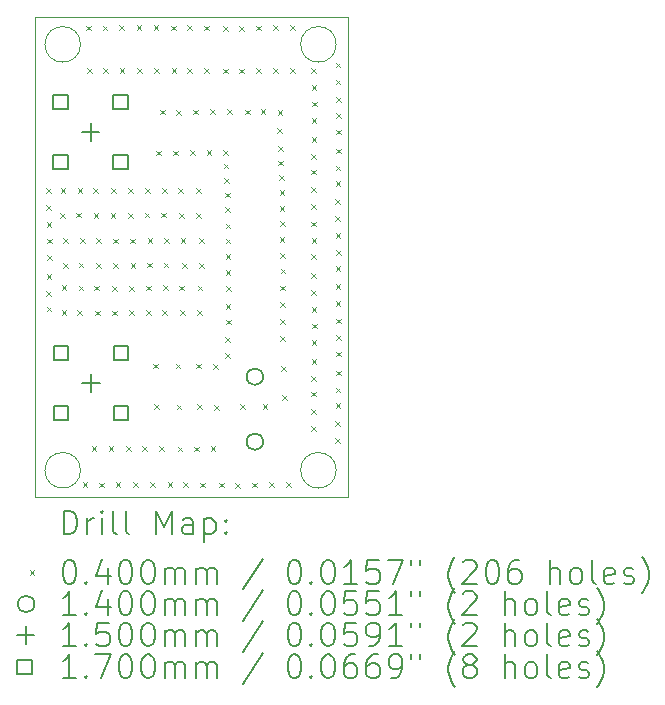
<source format=gbr>
%TF.GenerationSoftware,KiCad,Pcbnew,7.0.1*%
%TF.CreationDate,2023-11-03T16:47:36+00:00*%
%TF.ProjectId,SMA_Kondensator_Tets,534d415f-4b6f-46e6-9465-6e7361746f72,rev?*%
%TF.SameCoordinates,Original*%
%TF.FileFunction,Drillmap*%
%TF.FilePolarity,Positive*%
%FSLAX45Y45*%
G04 Gerber Fmt 4.5, Leading zero omitted, Abs format (unit mm)*
G04 Created by KiCad (PCBNEW 7.0.1) date 2023-11-03 16:47:36*
%MOMM*%
%LPD*%
G01*
G04 APERTURE LIST*
%ADD10C,0.100000*%
%ADD11C,0.200000*%
%ADD12C,0.040000*%
%ADD13C,0.140000*%
%ADD14C,0.150000*%
%ADD15C,0.170000*%
G04 APERTURE END LIST*
D10*
X11676416Y-9706000D02*
G75*
G03*
X11676416Y-9706000I-150416J0D01*
G01*
X13841416Y-9706000D02*
G75*
G03*
X13841416Y-9706000I-150416J0D01*
G01*
X13841416Y-6100000D02*
G75*
G03*
X13841416Y-6100000I-150416J0D01*
G01*
X11292000Y-6060500D02*
X11292000Y-9567500D01*
X11292000Y-6060500D01*
X11676416Y-6100000D02*
G75*
G03*
X11676416Y-6100000I-150416J0D01*
G01*
X11292000Y-5868500D02*
X13942000Y-5868500D01*
X13942000Y-9929500D01*
X11292000Y-9929500D01*
X11292000Y-5868500D01*
D11*
D12*
X11388000Y-7315000D02*
X11428000Y-7355000D01*
X11428000Y-7315000D02*
X11388000Y-7355000D01*
X11388000Y-7459000D02*
X11428000Y-7499000D01*
X11428000Y-7459000D02*
X11388000Y-7499000D01*
X11388000Y-8188000D02*
X11428000Y-8228000D01*
X11428000Y-8188000D02*
X11388000Y-8228000D01*
X11390000Y-8321000D02*
X11430000Y-8361000D01*
X11430000Y-8321000D02*
X11390000Y-8361000D01*
X11391000Y-7605000D02*
X11431000Y-7645000D01*
X11431000Y-7605000D02*
X11391000Y-7645000D01*
X11391000Y-8044000D02*
X11431000Y-8084000D01*
X11431000Y-8044000D02*
X11391000Y-8084000D01*
X11392000Y-7884000D02*
X11432000Y-7924000D01*
X11432000Y-7884000D02*
X11392000Y-7924000D01*
X11393000Y-7746000D02*
X11433000Y-7786000D01*
X11433000Y-7746000D02*
X11393000Y-7786000D01*
X11507000Y-7527000D02*
X11547000Y-7567000D01*
X11547000Y-7527000D02*
X11507000Y-7567000D01*
X11508000Y-7315000D02*
X11548000Y-7355000D01*
X11548000Y-7315000D02*
X11508000Y-7355000D01*
X11517000Y-8353000D02*
X11557000Y-8393000D01*
X11557000Y-8353000D02*
X11517000Y-8393000D01*
X11518000Y-8141000D02*
X11558000Y-8181000D01*
X11558000Y-8141000D02*
X11518000Y-8181000D01*
X11529000Y-7951000D02*
X11569000Y-7991000D01*
X11569000Y-7951000D02*
X11529000Y-7991000D01*
X11530000Y-7739000D02*
X11570000Y-7779000D01*
X11570000Y-7739000D02*
X11530000Y-7779000D01*
X11640000Y-7525000D02*
X11680000Y-7565000D01*
X11680000Y-7525000D02*
X11640000Y-7565000D01*
X11650000Y-8351000D02*
X11690000Y-8391000D01*
X11690000Y-8351000D02*
X11650000Y-8391000D01*
X11652000Y-7318000D02*
X11692000Y-7358000D01*
X11692000Y-7318000D02*
X11652000Y-7358000D01*
X11662000Y-7949000D02*
X11702000Y-7989000D01*
X11702000Y-7949000D02*
X11662000Y-7989000D01*
X11662000Y-8144000D02*
X11702000Y-8184000D01*
X11702000Y-8144000D02*
X11662000Y-8184000D01*
X11674000Y-7742000D02*
X11714000Y-7782000D01*
X11714000Y-7742000D02*
X11674000Y-7782000D01*
X11696000Y-9809000D02*
X11736000Y-9849000D01*
X11736000Y-9809000D02*
X11696000Y-9849000D01*
X11727000Y-5941000D02*
X11767000Y-5981000D01*
X11767000Y-5941000D02*
X11727000Y-5981000D01*
X11730000Y-6303000D02*
X11770000Y-6343000D01*
X11770000Y-6303000D02*
X11730000Y-6343000D01*
X11770000Y-9499000D02*
X11810000Y-9539000D01*
X11810000Y-9499000D02*
X11770000Y-9539000D01*
X11785000Y-7316000D02*
X11825000Y-7356000D01*
X11825000Y-7316000D02*
X11785000Y-7356000D01*
X11789000Y-7529000D02*
X11829000Y-7569000D01*
X11829000Y-7529000D02*
X11789000Y-7569000D01*
X11795000Y-8142000D02*
X11835000Y-8182000D01*
X11835000Y-8142000D02*
X11795000Y-8182000D01*
X11799000Y-8355000D02*
X11839000Y-8395000D01*
X11839000Y-8355000D02*
X11799000Y-8395000D01*
X11807000Y-7740000D02*
X11847000Y-7780000D01*
X11847000Y-7740000D02*
X11807000Y-7780000D01*
X11811000Y-7953000D02*
X11851000Y-7993000D01*
X11851000Y-7953000D02*
X11811000Y-7993000D01*
X11834000Y-9810000D02*
X11874000Y-9850000D01*
X11874000Y-9810000D02*
X11834000Y-9850000D01*
X11865000Y-5942000D02*
X11905000Y-5982000D01*
X11905000Y-5942000D02*
X11865000Y-5982000D01*
X11868000Y-6304000D02*
X11908000Y-6344000D01*
X11908000Y-6304000D02*
X11868000Y-6344000D01*
X11914000Y-9499000D02*
X11954000Y-9539000D01*
X11954000Y-9499000D02*
X11914000Y-9539000D01*
X11933000Y-7529000D02*
X11973000Y-7569000D01*
X11973000Y-7529000D02*
X11933000Y-7569000D01*
X11934000Y-7320000D02*
X11974000Y-7360000D01*
X11974000Y-7320000D02*
X11934000Y-7360000D01*
X11943000Y-8355000D02*
X11983000Y-8395000D01*
X11983000Y-8355000D02*
X11943000Y-8395000D01*
X11944000Y-8146000D02*
X11984000Y-8186000D01*
X11984000Y-8146000D02*
X11944000Y-8186000D01*
X11955000Y-7953000D02*
X11995000Y-7993000D01*
X11995000Y-7953000D02*
X11955000Y-7993000D01*
X11956000Y-7744000D02*
X11996000Y-7784000D01*
X11996000Y-7744000D02*
X11956000Y-7784000D01*
X11975000Y-9808000D02*
X12015000Y-9848000D01*
X12015000Y-9808000D02*
X11975000Y-9848000D01*
X12006000Y-5940000D02*
X12046000Y-5980000D01*
X12046000Y-5940000D02*
X12006000Y-5980000D01*
X12009000Y-6302000D02*
X12049000Y-6342000D01*
X12049000Y-6302000D02*
X12009000Y-6342000D01*
X12063000Y-9503000D02*
X12103000Y-9543000D01*
X12103000Y-9503000D02*
X12063000Y-9543000D01*
X12078000Y-7320000D02*
X12118000Y-7360000D01*
X12118000Y-7320000D02*
X12078000Y-7360000D01*
X12079000Y-7526000D02*
X12119000Y-7566000D01*
X12119000Y-7526000D02*
X12079000Y-7566000D01*
X12088000Y-8146000D02*
X12128000Y-8186000D01*
X12128000Y-8146000D02*
X12088000Y-8186000D01*
X12089000Y-8352000D02*
X12129000Y-8392000D01*
X12129000Y-8352000D02*
X12089000Y-8392000D01*
X12100000Y-7744000D02*
X12140000Y-7784000D01*
X12140000Y-7744000D02*
X12100000Y-7784000D01*
X12101000Y-7950000D02*
X12141000Y-7990000D01*
X12141000Y-7950000D02*
X12101000Y-7990000D01*
X12121000Y-9805000D02*
X12161000Y-9845000D01*
X12161000Y-9805000D02*
X12121000Y-9845000D01*
X12152000Y-5937000D02*
X12192000Y-5977000D01*
X12192000Y-5937000D02*
X12152000Y-5977000D01*
X12155000Y-6299000D02*
X12195000Y-6339000D01*
X12195000Y-6299000D02*
X12155000Y-6339000D01*
X12196000Y-9501000D02*
X12236000Y-9541000D01*
X12236000Y-9501000D02*
X12196000Y-9541000D01*
X12220000Y-7524000D02*
X12260000Y-7564000D01*
X12260000Y-7524000D02*
X12220000Y-7564000D01*
X12224000Y-7317000D02*
X12264000Y-7357000D01*
X12264000Y-7317000D02*
X12224000Y-7357000D01*
X12230000Y-8350000D02*
X12270000Y-8390000D01*
X12270000Y-8350000D02*
X12230000Y-8390000D01*
X12234000Y-8143000D02*
X12274000Y-8183000D01*
X12274000Y-8143000D02*
X12234000Y-8183000D01*
X12242000Y-7948000D02*
X12282000Y-7988000D01*
X12282000Y-7948000D02*
X12242000Y-7988000D01*
X12246000Y-7741000D02*
X12286000Y-7781000D01*
X12286000Y-7741000D02*
X12246000Y-7781000D01*
X12265000Y-9805000D02*
X12305000Y-9845000D01*
X12305000Y-9805000D02*
X12265000Y-9845000D01*
X12292000Y-8803000D02*
X12332000Y-8843000D01*
X12332000Y-8803000D02*
X12292000Y-8843000D01*
X12296000Y-5937000D02*
X12336000Y-5977000D01*
X12336000Y-5937000D02*
X12296000Y-5977000D01*
X12299000Y-6299000D02*
X12339000Y-6339000D01*
X12339000Y-6299000D02*
X12299000Y-6339000D01*
X12301000Y-9149000D02*
X12341000Y-9189000D01*
X12341000Y-9149000D02*
X12301000Y-9189000D01*
X12316000Y-7000000D02*
X12356000Y-7040000D01*
X12356000Y-7000000D02*
X12316000Y-7040000D01*
X12340000Y-9504000D02*
X12380000Y-9544000D01*
X12380000Y-9504000D02*
X12340000Y-9544000D01*
X12351000Y-6653000D02*
X12391000Y-6693000D01*
X12391000Y-6653000D02*
X12351000Y-6693000D01*
X12358000Y-7525000D02*
X12398000Y-7565000D01*
X12398000Y-7525000D02*
X12358000Y-7565000D01*
X12365000Y-7315000D02*
X12405000Y-7355000D01*
X12405000Y-7315000D02*
X12365000Y-7355000D01*
X12368000Y-8351000D02*
X12408000Y-8391000D01*
X12408000Y-8351000D02*
X12368000Y-8391000D01*
X12375000Y-8141000D02*
X12415000Y-8181000D01*
X12415000Y-8141000D02*
X12375000Y-8181000D01*
X12380000Y-7949000D02*
X12420000Y-7989000D01*
X12420000Y-7949000D02*
X12380000Y-7989000D01*
X12387000Y-7739000D02*
X12427000Y-7779000D01*
X12427000Y-7739000D02*
X12387000Y-7779000D01*
X12414000Y-9809000D02*
X12454000Y-9849000D01*
X12454000Y-9809000D02*
X12414000Y-9849000D01*
X12445000Y-5941000D02*
X12485000Y-5981000D01*
X12485000Y-5941000D02*
X12445000Y-5981000D01*
X12448000Y-6303000D02*
X12488000Y-6343000D01*
X12488000Y-6303000D02*
X12448000Y-6343000D01*
X12460000Y-7000000D02*
X12500000Y-7040000D01*
X12500000Y-7000000D02*
X12460000Y-7040000D01*
X12482000Y-8804000D02*
X12522000Y-8844000D01*
X12522000Y-8804000D02*
X12482000Y-8844000D01*
X12489000Y-6654000D02*
X12529000Y-6694000D01*
X12529000Y-6654000D02*
X12489000Y-6694000D01*
X12491000Y-9150000D02*
X12531000Y-9190000D01*
X12531000Y-9150000D02*
X12491000Y-9190000D01*
X12500000Y-9505000D02*
X12540000Y-9545000D01*
X12540000Y-9505000D02*
X12500000Y-9545000D01*
X12503000Y-7316000D02*
X12543000Y-7356000D01*
X12543000Y-7316000D02*
X12503000Y-7356000D01*
X12513000Y-7527000D02*
X12553000Y-7567000D01*
X12553000Y-7527000D02*
X12513000Y-7567000D01*
X12513000Y-8142000D02*
X12553000Y-8182000D01*
X12553000Y-8142000D02*
X12513000Y-8182000D01*
X12523000Y-8353000D02*
X12563000Y-8393000D01*
X12563000Y-8353000D02*
X12523000Y-8393000D01*
X12525000Y-7740000D02*
X12565000Y-7780000D01*
X12565000Y-7740000D02*
X12525000Y-7780000D01*
X12535000Y-7951000D02*
X12575000Y-7991000D01*
X12575000Y-7951000D02*
X12535000Y-7991000D01*
X12547000Y-9807000D02*
X12587000Y-9847000D01*
X12587000Y-9807000D02*
X12547000Y-9847000D01*
X12578000Y-5939000D02*
X12618000Y-5979000D01*
X12618000Y-5939000D02*
X12578000Y-5979000D01*
X12581000Y-6301000D02*
X12621000Y-6341000D01*
X12621000Y-6301000D02*
X12581000Y-6341000D01*
X12606000Y-6997000D02*
X12646000Y-7037000D01*
X12646000Y-6997000D02*
X12606000Y-7037000D01*
X12630000Y-6652000D02*
X12670000Y-6692000D01*
X12670000Y-6652000D02*
X12630000Y-6692000D01*
X12638000Y-9506000D02*
X12678000Y-9546000D01*
X12678000Y-9506000D02*
X12638000Y-9546000D01*
X12653000Y-8803000D02*
X12693000Y-8843000D01*
X12693000Y-8803000D02*
X12653000Y-8843000D01*
X12657000Y-7527000D02*
X12697000Y-7567000D01*
X12697000Y-7527000D02*
X12657000Y-7567000D01*
X12658000Y-7318000D02*
X12698000Y-7358000D01*
X12698000Y-7318000D02*
X12658000Y-7358000D01*
X12662000Y-9149000D02*
X12702000Y-9189000D01*
X12702000Y-9149000D02*
X12662000Y-9189000D01*
X12667000Y-8353000D02*
X12707000Y-8393000D01*
X12707000Y-8353000D02*
X12667000Y-8393000D01*
X12668000Y-8144000D02*
X12708000Y-8184000D01*
X12708000Y-8144000D02*
X12668000Y-8184000D01*
X12679000Y-7951000D02*
X12719000Y-7991000D01*
X12719000Y-7951000D02*
X12679000Y-7991000D01*
X12680000Y-7742000D02*
X12720000Y-7782000D01*
X12720000Y-7742000D02*
X12680000Y-7782000D01*
X12691000Y-9810000D02*
X12731000Y-9850000D01*
X12731000Y-9810000D02*
X12691000Y-9850000D01*
X12722000Y-5942000D02*
X12762000Y-5982000D01*
X12762000Y-5942000D02*
X12722000Y-5982000D01*
X12725000Y-6304000D02*
X12765000Y-6344000D01*
X12765000Y-6304000D02*
X12725000Y-6344000D01*
X12744000Y-6998000D02*
X12784000Y-7038000D01*
X12784000Y-6998000D02*
X12744000Y-7038000D01*
X12776000Y-6649000D02*
X12816000Y-6689000D01*
X12816000Y-6649000D02*
X12776000Y-6689000D01*
X12779000Y-9504000D02*
X12819000Y-9544000D01*
X12819000Y-9504000D02*
X12779000Y-9544000D01*
X12801000Y-8806000D02*
X12841000Y-8846000D01*
X12841000Y-8806000D02*
X12801000Y-8846000D01*
X12810000Y-9152000D02*
X12850000Y-9192000D01*
X12850000Y-9152000D02*
X12810000Y-9192000D01*
X12851000Y-9811000D02*
X12891000Y-9851000D01*
X12891000Y-9811000D02*
X12851000Y-9851000D01*
X12882000Y-5943000D02*
X12922000Y-5983000D01*
X12922000Y-5943000D02*
X12882000Y-5983000D01*
X12885000Y-6305000D02*
X12925000Y-6345000D01*
X12925000Y-6305000D02*
X12885000Y-6345000D01*
X12885000Y-6996000D02*
X12925000Y-7036000D01*
X12925000Y-6996000D02*
X12885000Y-7036000D01*
X12889000Y-7110000D02*
X12929000Y-7150000D01*
X12929000Y-7110000D02*
X12889000Y-7150000D01*
X12894000Y-7232000D02*
X12934000Y-7272000D01*
X12934000Y-7232000D02*
X12894000Y-7272000D01*
X12899000Y-7355000D02*
X12939000Y-7395000D01*
X12939000Y-7355000D02*
X12899000Y-7395000D01*
X12903000Y-8716000D02*
X12943000Y-8756000D01*
X12943000Y-8716000D02*
X12903000Y-8756000D01*
X12904000Y-7481000D02*
X12944000Y-7521000D01*
X12944000Y-7481000D02*
X12904000Y-7521000D01*
X12904000Y-8579000D02*
X12944000Y-8619000D01*
X12944000Y-8579000D02*
X12904000Y-8619000D01*
X12905000Y-7619000D02*
X12945000Y-7659000D01*
X12945000Y-7619000D02*
X12905000Y-7659000D01*
X12905000Y-7877000D02*
X12945000Y-7917000D01*
X12945000Y-7877000D02*
X12905000Y-7917000D01*
X12906000Y-7745000D02*
X12946000Y-7785000D01*
X12946000Y-7745000D02*
X12906000Y-7785000D01*
X12906000Y-8010000D02*
X12946000Y-8050000D01*
X12946000Y-8010000D02*
X12906000Y-8050000D01*
X12906000Y-8300000D02*
X12946000Y-8340000D01*
X12946000Y-8300000D02*
X12906000Y-8340000D01*
X12907000Y-8147000D02*
X12947000Y-8187000D01*
X12947000Y-8147000D02*
X12907000Y-8187000D01*
X12907000Y-8430000D02*
X12947000Y-8470000D01*
X12947000Y-8430000D02*
X12907000Y-8470000D01*
X12920000Y-6649000D02*
X12960000Y-6689000D01*
X12960000Y-6649000D02*
X12920000Y-6689000D01*
X12989000Y-9812000D02*
X13029000Y-9852000D01*
X13029000Y-9812000D02*
X12989000Y-9852000D01*
X13020000Y-5944000D02*
X13060000Y-5984000D01*
X13060000Y-5944000D02*
X13020000Y-5984000D01*
X13023000Y-6306000D02*
X13063000Y-6346000D01*
X13063000Y-6306000D02*
X13023000Y-6346000D01*
X13029000Y-9144000D02*
X13069000Y-9184000D01*
X13069000Y-9144000D02*
X13029000Y-9184000D01*
X13069000Y-6653000D02*
X13109000Y-6693000D01*
X13109000Y-6653000D02*
X13069000Y-6693000D01*
X13130000Y-9810000D02*
X13170000Y-9850000D01*
X13170000Y-9810000D02*
X13130000Y-9850000D01*
X13161000Y-5942000D02*
X13201000Y-5982000D01*
X13201000Y-5942000D02*
X13161000Y-5982000D01*
X13164000Y-6304000D02*
X13204000Y-6344000D01*
X13204000Y-6304000D02*
X13164000Y-6344000D01*
X13202000Y-6651000D02*
X13242000Y-6691000D01*
X13242000Y-6651000D02*
X13202000Y-6691000D01*
X13219000Y-9145000D02*
X13259000Y-9185000D01*
X13259000Y-9145000D02*
X13219000Y-9185000D01*
X13276000Y-9807000D02*
X13316000Y-9847000D01*
X13316000Y-9807000D02*
X13276000Y-9847000D01*
X13307000Y-5939000D02*
X13347000Y-5979000D01*
X13347000Y-5939000D02*
X13307000Y-5979000D01*
X13310000Y-6301000D02*
X13350000Y-6341000D01*
X13350000Y-6301000D02*
X13310000Y-6341000D01*
X13344000Y-6810000D02*
X13384000Y-6850000D01*
X13384000Y-6810000D02*
X13344000Y-6850000D01*
X13346000Y-6654000D02*
X13386000Y-6694000D01*
X13386000Y-6654000D02*
X13346000Y-6694000D01*
X13348000Y-6963000D02*
X13388000Y-7003000D01*
X13388000Y-6963000D02*
X13348000Y-7003000D01*
X13353000Y-7085000D02*
X13393000Y-7125000D01*
X13393000Y-7085000D02*
X13353000Y-7125000D01*
X13358000Y-7208000D02*
X13398000Y-7248000D01*
X13398000Y-7208000D02*
X13358000Y-7248000D01*
X13363000Y-7334000D02*
X13403000Y-7374000D01*
X13403000Y-7334000D02*
X13363000Y-7374000D01*
X13364000Y-7472000D02*
X13404000Y-7512000D01*
X13404000Y-7472000D02*
X13364000Y-7512000D01*
X13364000Y-7730000D02*
X13404000Y-7770000D01*
X13404000Y-7730000D02*
X13364000Y-7770000D01*
X13365000Y-7598000D02*
X13405000Y-7638000D01*
X13405000Y-7598000D02*
X13365000Y-7638000D01*
X13366000Y-8283000D02*
X13406000Y-8323000D01*
X13406000Y-8283000D02*
X13366000Y-8323000D01*
X13367000Y-8425000D02*
X13407000Y-8465000D01*
X13407000Y-8425000D02*
X13367000Y-8465000D01*
X13368000Y-8142000D02*
X13408000Y-8182000D01*
X13408000Y-8142000D02*
X13368000Y-8182000D01*
X13368000Y-8572000D02*
X13408000Y-8612000D01*
X13408000Y-8572000D02*
X13368000Y-8612000D01*
X13370000Y-7867000D02*
X13410000Y-7907000D01*
X13410000Y-7867000D02*
X13370000Y-7907000D01*
X13372000Y-7998000D02*
X13412000Y-8038000D01*
X13412000Y-7998000D02*
X13372000Y-8038000D01*
X13374000Y-8826000D02*
X13414000Y-8866000D01*
X13414000Y-8826000D02*
X13374000Y-8866000D01*
X13384000Y-9071000D02*
X13424000Y-9111000D01*
X13424000Y-9071000D02*
X13384000Y-9111000D01*
X13420000Y-9807000D02*
X13460000Y-9847000D01*
X13460000Y-9807000D02*
X13420000Y-9847000D01*
X13451000Y-5939000D02*
X13491000Y-5979000D01*
X13491000Y-5939000D02*
X13451000Y-5979000D01*
X13454000Y-6301000D02*
X13494000Y-6341000D01*
X13494000Y-6301000D02*
X13454000Y-6341000D01*
X13628000Y-7310000D02*
X13668000Y-7350000D01*
X13668000Y-7310000D02*
X13628000Y-7350000D01*
X13628000Y-7454000D02*
X13668000Y-7494000D01*
X13668000Y-7454000D02*
X13628000Y-7494000D01*
X13628000Y-9189000D02*
X13668000Y-9229000D01*
X13668000Y-9189000D02*
X13628000Y-9229000D01*
X13628000Y-9333000D02*
X13668000Y-9373000D01*
X13668000Y-9333000D02*
X13628000Y-9373000D01*
X13630000Y-6299000D02*
X13670000Y-6339000D01*
X13670000Y-6299000D02*
X13630000Y-6339000D01*
X13630000Y-7028000D02*
X13670000Y-7068000D01*
X13670000Y-7028000D02*
X13630000Y-7068000D01*
X13630000Y-8034000D02*
X13670000Y-8074000D01*
X13670000Y-8034000D02*
X13630000Y-8074000D01*
X13630000Y-8178000D02*
X13670000Y-8218000D01*
X13670000Y-8178000D02*
X13630000Y-8218000D01*
X13630000Y-8907000D02*
X13670000Y-8947000D01*
X13670000Y-8907000D02*
X13630000Y-8947000D01*
X13631000Y-7600000D02*
X13671000Y-7640000D01*
X13671000Y-7600000D02*
X13631000Y-7640000D01*
X13632000Y-7161000D02*
X13672000Y-7201000D01*
X13672000Y-7161000D02*
X13632000Y-7201000D01*
X13632000Y-7879000D02*
X13672000Y-7919000D01*
X13672000Y-7879000D02*
X13632000Y-7919000D01*
X13632000Y-9040000D02*
X13672000Y-9080000D01*
X13672000Y-9040000D02*
X13632000Y-9080000D01*
X13633000Y-6445000D02*
X13673000Y-6485000D01*
X13673000Y-6445000D02*
X13633000Y-6485000D01*
X13633000Y-6884000D02*
X13673000Y-6924000D01*
X13673000Y-6884000D02*
X13633000Y-6924000D01*
X13633000Y-7741000D02*
X13673000Y-7781000D01*
X13673000Y-7741000D02*
X13633000Y-7781000D01*
X13633000Y-8324000D02*
X13673000Y-8364000D01*
X13673000Y-8324000D02*
X13633000Y-8364000D01*
X13633000Y-8763000D02*
X13673000Y-8803000D01*
X13673000Y-8763000D02*
X13633000Y-8803000D01*
X13634000Y-6724000D02*
X13674000Y-6764000D01*
X13674000Y-6724000D02*
X13634000Y-6764000D01*
X13634000Y-8603000D02*
X13674000Y-8643000D01*
X13674000Y-8603000D02*
X13634000Y-8643000D01*
X13635000Y-6586000D02*
X13675000Y-6626000D01*
X13675000Y-6586000D02*
X13635000Y-6626000D01*
X13635000Y-8465000D02*
X13675000Y-8505000D01*
X13675000Y-8465000D02*
X13635000Y-8505000D01*
X13834000Y-7409000D02*
X13874000Y-7449000D01*
X13874000Y-7409000D02*
X13834000Y-7449000D01*
X13834000Y-7553000D02*
X13874000Y-7593000D01*
X13874000Y-7553000D02*
X13834000Y-7593000D01*
X13834000Y-9288000D02*
X13874000Y-9328000D01*
X13874000Y-9288000D02*
X13834000Y-9328000D01*
X13834000Y-9432000D02*
X13874000Y-9472000D01*
X13874000Y-9432000D02*
X13834000Y-9472000D01*
X13836000Y-6254000D02*
X13876000Y-6294000D01*
X13876000Y-6254000D02*
X13836000Y-6294000D01*
X13836000Y-6398000D02*
X13876000Y-6438000D01*
X13876000Y-6398000D02*
X13836000Y-6438000D01*
X13836000Y-7127000D02*
X13876000Y-7167000D01*
X13876000Y-7127000D02*
X13836000Y-7167000D01*
X13836000Y-8133000D02*
X13876000Y-8173000D01*
X13876000Y-8133000D02*
X13836000Y-8173000D01*
X13836000Y-8277000D02*
X13876000Y-8317000D01*
X13876000Y-8277000D02*
X13836000Y-8317000D01*
X13836000Y-9006000D02*
X13876000Y-9046000D01*
X13876000Y-9006000D02*
X13836000Y-9046000D01*
X13837000Y-7699000D02*
X13877000Y-7739000D01*
X13877000Y-7699000D02*
X13837000Y-7739000D01*
X13838000Y-7260000D02*
X13878000Y-7300000D01*
X13878000Y-7260000D02*
X13838000Y-7300000D01*
X13838000Y-7978000D02*
X13878000Y-8018000D01*
X13878000Y-7978000D02*
X13838000Y-8018000D01*
X13838000Y-9139000D02*
X13878000Y-9179000D01*
X13878000Y-9139000D02*
X13838000Y-9179000D01*
X13839000Y-6544000D02*
X13879000Y-6584000D01*
X13879000Y-6544000D02*
X13839000Y-6584000D01*
X13839000Y-6983000D02*
X13879000Y-7023000D01*
X13879000Y-6983000D02*
X13839000Y-7023000D01*
X13839000Y-7840000D02*
X13879000Y-7880000D01*
X13879000Y-7840000D02*
X13839000Y-7880000D01*
X13839000Y-8423000D02*
X13879000Y-8463000D01*
X13879000Y-8423000D02*
X13839000Y-8463000D01*
X13839000Y-8862000D02*
X13879000Y-8902000D01*
X13879000Y-8862000D02*
X13839000Y-8902000D01*
X13840000Y-6823000D02*
X13880000Y-6863000D01*
X13880000Y-6823000D02*
X13840000Y-6863000D01*
X13840000Y-8702000D02*
X13880000Y-8742000D01*
X13880000Y-8702000D02*
X13840000Y-8742000D01*
X13841000Y-6685000D02*
X13881000Y-6725000D01*
X13881000Y-6685000D02*
X13841000Y-6725000D01*
X13841000Y-8564000D02*
X13881000Y-8604000D01*
X13881000Y-8564000D02*
X13841000Y-8604000D01*
D13*
X13223000Y-8914000D02*
G75*
G03*
X13223000Y-8914000I-70000J0D01*
G01*
X13223000Y-9464000D02*
G75*
G03*
X13223000Y-9464000I-70000J0D01*
G01*
D14*
X11762000Y-6768000D02*
X11762000Y-6918000D01*
X11687000Y-6843000D02*
X11837000Y-6843000D01*
X11765000Y-8893000D02*
X11765000Y-9043000D01*
X11690000Y-8968000D02*
X11840000Y-8968000D01*
D15*
X11568105Y-6649105D02*
X11568105Y-6528895D01*
X11447895Y-6528895D01*
X11447895Y-6649105D01*
X11568105Y-6649105D01*
X11568105Y-7157105D02*
X11568105Y-7036895D01*
X11447895Y-7036895D01*
X11447895Y-7157105D01*
X11568105Y-7157105D01*
X11571105Y-8774105D02*
X11571105Y-8653895D01*
X11450895Y-8653895D01*
X11450895Y-8774105D01*
X11571105Y-8774105D01*
X11571105Y-9282105D02*
X11571105Y-9161895D01*
X11450895Y-9161895D01*
X11450895Y-9282105D01*
X11571105Y-9282105D01*
X12076105Y-6649105D02*
X12076105Y-6528895D01*
X11955895Y-6528895D01*
X11955895Y-6649105D01*
X12076105Y-6649105D01*
X12076105Y-7157105D02*
X12076105Y-7036895D01*
X11955895Y-7036895D01*
X11955895Y-7157105D01*
X12076105Y-7157105D01*
X12079105Y-8774105D02*
X12079105Y-8653895D01*
X11958895Y-8653895D01*
X11958895Y-8774105D01*
X12079105Y-8774105D01*
X12079105Y-9282105D02*
X12079105Y-9161895D01*
X11958895Y-9161895D01*
X11958895Y-9282105D01*
X12079105Y-9282105D01*
D11*
X11534619Y-10247024D02*
X11534619Y-10047024D01*
X11534619Y-10047024D02*
X11582238Y-10047024D01*
X11582238Y-10047024D02*
X11610809Y-10056548D01*
X11610809Y-10056548D02*
X11629857Y-10075595D01*
X11629857Y-10075595D02*
X11639381Y-10094643D01*
X11639381Y-10094643D02*
X11648905Y-10132738D01*
X11648905Y-10132738D02*
X11648905Y-10161310D01*
X11648905Y-10161310D02*
X11639381Y-10199405D01*
X11639381Y-10199405D02*
X11629857Y-10218452D01*
X11629857Y-10218452D02*
X11610809Y-10237500D01*
X11610809Y-10237500D02*
X11582238Y-10247024D01*
X11582238Y-10247024D02*
X11534619Y-10247024D01*
X11734619Y-10247024D02*
X11734619Y-10113690D01*
X11734619Y-10151786D02*
X11744143Y-10132738D01*
X11744143Y-10132738D02*
X11753667Y-10123214D01*
X11753667Y-10123214D02*
X11772714Y-10113690D01*
X11772714Y-10113690D02*
X11791762Y-10113690D01*
X11858428Y-10247024D02*
X11858428Y-10113690D01*
X11858428Y-10047024D02*
X11848905Y-10056548D01*
X11848905Y-10056548D02*
X11858428Y-10066071D01*
X11858428Y-10066071D02*
X11867952Y-10056548D01*
X11867952Y-10056548D02*
X11858428Y-10047024D01*
X11858428Y-10047024D02*
X11858428Y-10066071D01*
X11982238Y-10247024D02*
X11963190Y-10237500D01*
X11963190Y-10237500D02*
X11953667Y-10218452D01*
X11953667Y-10218452D02*
X11953667Y-10047024D01*
X12087000Y-10247024D02*
X12067952Y-10237500D01*
X12067952Y-10237500D02*
X12058428Y-10218452D01*
X12058428Y-10218452D02*
X12058428Y-10047024D01*
X12315571Y-10247024D02*
X12315571Y-10047024D01*
X12315571Y-10047024D02*
X12382238Y-10189881D01*
X12382238Y-10189881D02*
X12448905Y-10047024D01*
X12448905Y-10047024D02*
X12448905Y-10247024D01*
X12629857Y-10247024D02*
X12629857Y-10142262D01*
X12629857Y-10142262D02*
X12620333Y-10123214D01*
X12620333Y-10123214D02*
X12601286Y-10113690D01*
X12601286Y-10113690D02*
X12563190Y-10113690D01*
X12563190Y-10113690D02*
X12544143Y-10123214D01*
X12629857Y-10237500D02*
X12610809Y-10247024D01*
X12610809Y-10247024D02*
X12563190Y-10247024D01*
X12563190Y-10247024D02*
X12544143Y-10237500D01*
X12544143Y-10237500D02*
X12534619Y-10218452D01*
X12534619Y-10218452D02*
X12534619Y-10199405D01*
X12534619Y-10199405D02*
X12544143Y-10180357D01*
X12544143Y-10180357D02*
X12563190Y-10170833D01*
X12563190Y-10170833D02*
X12610809Y-10170833D01*
X12610809Y-10170833D02*
X12629857Y-10161310D01*
X12725095Y-10113690D02*
X12725095Y-10313690D01*
X12725095Y-10123214D02*
X12744143Y-10113690D01*
X12744143Y-10113690D02*
X12782238Y-10113690D01*
X12782238Y-10113690D02*
X12801286Y-10123214D01*
X12801286Y-10123214D02*
X12810809Y-10132738D01*
X12810809Y-10132738D02*
X12820333Y-10151786D01*
X12820333Y-10151786D02*
X12820333Y-10208929D01*
X12820333Y-10208929D02*
X12810809Y-10227976D01*
X12810809Y-10227976D02*
X12801286Y-10237500D01*
X12801286Y-10237500D02*
X12782238Y-10247024D01*
X12782238Y-10247024D02*
X12744143Y-10247024D01*
X12744143Y-10247024D02*
X12725095Y-10237500D01*
X12906048Y-10227976D02*
X12915571Y-10237500D01*
X12915571Y-10237500D02*
X12906048Y-10247024D01*
X12906048Y-10247024D02*
X12896524Y-10237500D01*
X12896524Y-10237500D02*
X12906048Y-10227976D01*
X12906048Y-10227976D02*
X12906048Y-10247024D01*
X12906048Y-10123214D02*
X12915571Y-10132738D01*
X12915571Y-10132738D02*
X12906048Y-10142262D01*
X12906048Y-10142262D02*
X12896524Y-10132738D01*
X12896524Y-10132738D02*
X12906048Y-10123214D01*
X12906048Y-10123214D02*
X12906048Y-10142262D01*
D12*
X11247000Y-10554500D02*
X11287000Y-10594500D01*
X11287000Y-10554500D02*
X11247000Y-10594500D01*
D11*
X11572714Y-10467024D02*
X11591762Y-10467024D01*
X11591762Y-10467024D02*
X11610809Y-10476548D01*
X11610809Y-10476548D02*
X11620333Y-10486071D01*
X11620333Y-10486071D02*
X11629857Y-10505119D01*
X11629857Y-10505119D02*
X11639381Y-10543214D01*
X11639381Y-10543214D02*
X11639381Y-10590833D01*
X11639381Y-10590833D02*
X11629857Y-10628929D01*
X11629857Y-10628929D02*
X11620333Y-10647976D01*
X11620333Y-10647976D02*
X11610809Y-10657500D01*
X11610809Y-10657500D02*
X11591762Y-10667024D01*
X11591762Y-10667024D02*
X11572714Y-10667024D01*
X11572714Y-10667024D02*
X11553667Y-10657500D01*
X11553667Y-10657500D02*
X11544143Y-10647976D01*
X11544143Y-10647976D02*
X11534619Y-10628929D01*
X11534619Y-10628929D02*
X11525095Y-10590833D01*
X11525095Y-10590833D02*
X11525095Y-10543214D01*
X11525095Y-10543214D02*
X11534619Y-10505119D01*
X11534619Y-10505119D02*
X11544143Y-10486071D01*
X11544143Y-10486071D02*
X11553667Y-10476548D01*
X11553667Y-10476548D02*
X11572714Y-10467024D01*
X11725095Y-10647976D02*
X11734619Y-10657500D01*
X11734619Y-10657500D02*
X11725095Y-10667024D01*
X11725095Y-10667024D02*
X11715571Y-10657500D01*
X11715571Y-10657500D02*
X11725095Y-10647976D01*
X11725095Y-10647976D02*
X11725095Y-10667024D01*
X11906048Y-10533690D02*
X11906048Y-10667024D01*
X11858428Y-10457500D02*
X11810809Y-10600357D01*
X11810809Y-10600357D02*
X11934619Y-10600357D01*
X12048905Y-10467024D02*
X12067952Y-10467024D01*
X12067952Y-10467024D02*
X12087000Y-10476548D01*
X12087000Y-10476548D02*
X12096524Y-10486071D01*
X12096524Y-10486071D02*
X12106048Y-10505119D01*
X12106048Y-10505119D02*
X12115571Y-10543214D01*
X12115571Y-10543214D02*
X12115571Y-10590833D01*
X12115571Y-10590833D02*
X12106048Y-10628929D01*
X12106048Y-10628929D02*
X12096524Y-10647976D01*
X12096524Y-10647976D02*
X12087000Y-10657500D01*
X12087000Y-10657500D02*
X12067952Y-10667024D01*
X12067952Y-10667024D02*
X12048905Y-10667024D01*
X12048905Y-10667024D02*
X12029857Y-10657500D01*
X12029857Y-10657500D02*
X12020333Y-10647976D01*
X12020333Y-10647976D02*
X12010809Y-10628929D01*
X12010809Y-10628929D02*
X12001286Y-10590833D01*
X12001286Y-10590833D02*
X12001286Y-10543214D01*
X12001286Y-10543214D02*
X12010809Y-10505119D01*
X12010809Y-10505119D02*
X12020333Y-10486071D01*
X12020333Y-10486071D02*
X12029857Y-10476548D01*
X12029857Y-10476548D02*
X12048905Y-10467024D01*
X12239381Y-10467024D02*
X12258429Y-10467024D01*
X12258429Y-10467024D02*
X12277476Y-10476548D01*
X12277476Y-10476548D02*
X12287000Y-10486071D01*
X12287000Y-10486071D02*
X12296524Y-10505119D01*
X12296524Y-10505119D02*
X12306048Y-10543214D01*
X12306048Y-10543214D02*
X12306048Y-10590833D01*
X12306048Y-10590833D02*
X12296524Y-10628929D01*
X12296524Y-10628929D02*
X12287000Y-10647976D01*
X12287000Y-10647976D02*
X12277476Y-10657500D01*
X12277476Y-10657500D02*
X12258429Y-10667024D01*
X12258429Y-10667024D02*
X12239381Y-10667024D01*
X12239381Y-10667024D02*
X12220333Y-10657500D01*
X12220333Y-10657500D02*
X12210809Y-10647976D01*
X12210809Y-10647976D02*
X12201286Y-10628929D01*
X12201286Y-10628929D02*
X12191762Y-10590833D01*
X12191762Y-10590833D02*
X12191762Y-10543214D01*
X12191762Y-10543214D02*
X12201286Y-10505119D01*
X12201286Y-10505119D02*
X12210809Y-10486071D01*
X12210809Y-10486071D02*
X12220333Y-10476548D01*
X12220333Y-10476548D02*
X12239381Y-10467024D01*
X12391762Y-10667024D02*
X12391762Y-10533690D01*
X12391762Y-10552738D02*
X12401286Y-10543214D01*
X12401286Y-10543214D02*
X12420333Y-10533690D01*
X12420333Y-10533690D02*
X12448905Y-10533690D01*
X12448905Y-10533690D02*
X12467952Y-10543214D01*
X12467952Y-10543214D02*
X12477476Y-10562262D01*
X12477476Y-10562262D02*
X12477476Y-10667024D01*
X12477476Y-10562262D02*
X12487000Y-10543214D01*
X12487000Y-10543214D02*
X12506048Y-10533690D01*
X12506048Y-10533690D02*
X12534619Y-10533690D01*
X12534619Y-10533690D02*
X12553667Y-10543214D01*
X12553667Y-10543214D02*
X12563190Y-10562262D01*
X12563190Y-10562262D02*
X12563190Y-10667024D01*
X12658429Y-10667024D02*
X12658429Y-10533690D01*
X12658429Y-10552738D02*
X12667952Y-10543214D01*
X12667952Y-10543214D02*
X12687000Y-10533690D01*
X12687000Y-10533690D02*
X12715571Y-10533690D01*
X12715571Y-10533690D02*
X12734619Y-10543214D01*
X12734619Y-10543214D02*
X12744143Y-10562262D01*
X12744143Y-10562262D02*
X12744143Y-10667024D01*
X12744143Y-10562262D02*
X12753667Y-10543214D01*
X12753667Y-10543214D02*
X12772714Y-10533690D01*
X12772714Y-10533690D02*
X12801286Y-10533690D01*
X12801286Y-10533690D02*
X12820333Y-10543214D01*
X12820333Y-10543214D02*
X12829857Y-10562262D01*
X12829857Y-10562262D02*
X12829857Y-10667024D01*
X13220333Y-10457500D02*
X13048905Y-10714643D01*
X13477476Y-10467024D02*
X13496524Y-10467024D01*
X13496524Y-10467024D02*
X13515572Y-10476548D01*
X13515572Y-10476548D02*
X13525095Y-10486071D01*
X13525095Y-10486071D02*
X13534619Y-10505119D01*
X13534619Y-10505119D02*
X13544143Y-10543214D01*
X13544143Y-10543214D02*
X13544143Y-10590833D01*
X13544143Y-10590833D02*
X13534619Y-10628929D01*
X13534619Y-10628929D02*
X13525095Y-10647976D01*
X13525095Y-10647976D02*
X13515572Y-10657500D01*
X13515572Y-10657500D02*
X13496524Y-10667024D01*
X13496524Y-10667024D02*
X13477476Y-10667024D01*
X13477476Y-10667024D02*
X13458429Y-10657500D01*
X13458429Y-10657500D02*
X13448905Y-10647976D01*
X13448905Y-10647976D02*
X13439381Y-10628929D01*
X13439381Y-10628929D02*
X13429857Y-10590833D01*
X13429857Y-10590833D02*
X13429857Y-10543214D01*
X13429857Y-10543214D02*
X13439381Y-10505119D01*
X13439381Y-10505119D02*
X13448905Y-10486071D01*
X13448905Y-10486071D02*
X13458429Y-10476548D01*
X13458429Y-10476548D02*
X13477476Y-10467024D01*
X13629857Y-10647976D02*
X13639381Y-10657500D01*
X13639381Y-10657500D02*
X13629857Y-10667024D01*
X13629857Y-10667024D02*
X13620333Y-10657500D01*
X13620333Y-10657500D02*
X13629857Y-10647976D01*
X13629857Y-10647976D02*
X13629857Y-10667024D01*
X13763191Y-10467024D02*
X13782238Y-10467024D01*
X13782238Y-10467024D02*
X13801286Y-10476548D01*
X13801286Y-10476548D02*
X13810810Y-10486071D01*
X13810810Y-10486071D02*
X13820333Y-10505119D01*
X13820333Y-10505119D02*
X13829857Y-10543214D01*
X13829857Y-10543214D02*
X13829857Y-10590833D01*
X13829857Y-10590833D02*
X13820333Y-10628929D01*
X13820333Y-10628929D02*
X13810810Y-10647976D01*
X13810810Y-10647976D02*
X13801286Y-10657500D01*
X13801286Y-10657500D02*
X13782238Y-10667024D01*
X13782238Y-10667024D02*
X13763191Y-10667024D01*
X13763191Y-10667024D02*
X13744143Y-10657500D01*
X13744143Y-10657500D02*
X13734619Y-10647976D01*
X13734619Y-10647976D02*
X13725095Y-10628929D01*
X13725095Y-10628929D02*
X13715572Y-10590833D01*
X13715572Y-10590833D02*
X13715572Y-10543214D01*
X13715572Y-10543214D02*
X13725095Y-10505119D01*
X13725095Y-10505119D02*
X13734619Y-10486071D01*
X13734619Y-10486071D02*
X13744143Y-10476548D01*
X13744143Y-10476548D02*
X13763191Y-10467024D01*
X14020333Y-10667024D02*
X13906048Y-10667024D01*
X13963191Y-10667024D02*
X13963191Y-10467024D01*
X13963191Y-10467024D02*
X13944143Y-10495595D01*
X13944143Y-10495595D02*
X13925095Y-10514643D01*
X13925095Y-10514643D02*
X13906048Y-10524167D01*
X14201286Y-10467024D02*
X14106048Y-10467024D01*
X14106048Y-10467024D02*
X14096524Y-10562262D01*
X14096524Y-10562262D02*
X14106048Y-10552738D01*
X14106048Y-10552738D02*
X14125095Y-10543214D01*
X14125095Y-10543214D02*
X14172714Y-10543214D01*
X14172714Y-10543214D02*
X14191762Y-10552738D01*
X14191762Y-10552738D02*
X14201286Y-10562262D01*
X14201286Y-10562262D02*
X14210810Y-10581310D01*
X14210810Y-10581310D02*
X14210810Y-10628929D01*
X14210810Y-10628929D02*
X14201286Y-10647976D01*
X14201286Y-10647976D02*
X14191762Y-10657500D01*
X14191762Y-10657500D02*
X14172714Y-10667024D01*
X14172714Y-10667024D02*
X14125095Y-10667024D01*
X14125095Y-10667024D02*
X14106048Y-10657500D01*
X14106048Y-10657500D02*
X14096524Y-10647976D01*
X14277476Y-10467024D02*
X14410810Y-10467024D01*
X14410810Y-10467024D02*
X14325095Y-10667024D01*
X14477476Y-10467024D02*
X14477476Y-10505119D01*
X14553667Y-10467024D02*
X14553667Y-10505119D01*
X14848905Y-10743214D02*
X14839381Y-10733690D01*
X14839381Y-10733690D02*
X14820334Y-10705119D01*
X14820334Y-10705119D02*
X14810810Y-10686071D01*
X14810810Y-10686071D02*
X14801286Y-10657500D01*
X14801286Y-10657500D02*
X14791762Y-10609881D01*
X14791762Y-10609881D02*
X14791762Y-10571786D01*
X14791762Y-10571786D02*
X14801286Y-10524167D01*
X14801286Y-10524167D02*
X14810810Y-10495595D01*
X14810810Y-10495595D02*
X14820334Y-10476548D01*
X14820334Y-10476548D02*
X14839381Y-10447976D01*
X14839381Y-10447976D02*
X14848905Y-10438452D01*
X14915572Y-10486071D02*
X14925095Y-10476548D01*
X14925095Y-10476548D02*
X14944143Y-10467024D01*
X14944143Y-10467024D02*
X14991762Y-10467024D01*
X14991762Y-10467024D02*
X15010810Y-10476548D01*
X15010810Y-10476548D02*
X15020334Y-10486071D01*
X15020334Y-10486071D02*
X15029857Y-10505119D01*
X15029857Y-10505119D02*
X15029857Y-10524167D01*
X15029857Y-10524167D02*
X15020334Y-10552738D01*
X15020334Y-10552738D02*
X14906048Y-10667024D01*
X14906048Y-10667024D02*
X15029857Y-10667024D01*
X15153667Y-10467024D02*
X15172715Y-10467024D01*
X15172715Y-10467024D02*
X15191762Y-10476548D01*
X15191762Y-10476548D02*
X15201286Y-10486071D01*
X15201286Y-10486071D02*
X15210810Y-10505119D01*
X15210810Y-10505119D02*
X15220334Y-10543214D01*
X15220334Y-10543214D02*
X15220334Y-10590833D01*
X15220334Y-10590833D02*
X15210810Y-10628929D01*
X15210810Y-10628929D02*
X15201286Y-10647976D01*
X15201286Y-10647976D02*
X15191762Y-10657500D01*
X15191762Y-10657500D02*
X15172715Y-10667024D01*
X15172715Y-10667024D02*
X15153667Y-10667024D01*
X15153667Y-10667024D02*
X15134619Y-10657500D01*
X15134619Y-10657500D02*
X15125095Y-10647976D01*
X15125095Y-10647976D02*
X15115572Y-10628929D01*
X15115572Y-10628929D02*
X15106048Y-10590833D01*
X15106048Y-10590833D02*
X15106048Y-10543214D01*
X15106048Y-10543214D02*
X15115572Y-10505119D01*
X15115572Y-10505119D02*
X15125095Y-10486071D01*
X15125095Y-10486071D02*
X15134619Y-10476548D01*
X15134619Y-10476548D02*
X15153667Y-10467024D01*
X15391762Y-10467024D02*
X15353667Y-10467024D01*
X15353667Y-10467024D02*
X15334619Y-10476548D01*
X15334619Y-10476548D02*
X15325095Y-10486071D01*
X15325095Y-10486071D02*
X15306048Y-10514643D01*
X15306048Y-10514643D02*
X15296524Y-10552738D01*
X15296524Y-10552738D02*
X15296524Y-10628929D01*
X15296524Y-10628929D02*
X15306048Y-10647976D01*
X15306048Y-10647976D02*
X15315572Y-10657500D01*
X15315572Y-10657500D02*
X15334619Y-10667024D01*
X15334619Y-10667024D02*
X15372715Y-10667024D01*
X15372715Y-10667024D02*
X15391762Y-10657500D01*
X15391762Y-10657500D02*
X15401286Y-10647976D01*
X15401286Y-10647976D02*
X15410810Y-10628929D01*
X15410810Y-10628929D02*
X15410810Y-10581310D01*
X15410810Y-10581310D02*
X15401286Y-10562262D01*
X15401286Y-10562262D02*
X15391762Y-10552738D01*
X15391762Y-10552738D02*
X15372715Y-10543214D01*
X15372715Y-10543214D02*
X15334619Y-10543214D01*
X15334619Y-10543214D02*
X15315572Y-10552738D01*
X15315572Y-10552738D02*
X15306048Y-10562262D01*
X15306048Y-10562262D02*
X15296524Y-10581310D01*
X15648905Y-10667024D02*
X15648905Y-10467024D01*
X15734619Y-10667024D02*
X15734619Y-10562262D01*
X15734619Y-10562262D02*
X15725096Y-10543214D01*
X15725096Y-10543214D02*
X15706048Y-10533690D01*
X15706048Y-10533690D02*
X15677476Y-10533690D01*
X15677476Y-10533690D02*
X15658429Y-10543214D01*
X15658429Y-10543214D02*
X15648905Y-10552738D01*
X15858429Y-10667024D02*
X15839381Y-10657500D01*
X15839381Y-10657500D02*
X15829857Y-10647976D01*
X15829857Y-10647976D02*
X15820334Y-10628929D01*
X15820334Y-10628929D02*
X15820334Y-10571786D01*
X15820334Y-10571786D02*
X15829857Y-10552738D01*
X15829857Y-10552738D02*
X15839381Y-10543214D01*
X15839381Y-10543214D02*
X15858429Y-10533690D01*
X15858429Y-10533690D02*
X15887000Y-10533690D01*
X15887000Y-10533690D02*
X15906048Y-10543214D01*
X15906048Y-10543214D02*
X15915572Y-10552738D01*
X15915572Y-10552738D02*
X15925096Y-10571786D01*
X15925096Y-10571786D02*
X15925096Y-10628929D01*
X15925096Y-10628929D02*
X15915572Y-10647976D01*
X15915572Y-10647976D02*
X15906048Y-10657500D01*
X15906048Y-10657500D02*
X15887000Y-10667024D01*
X15887000Y-10667024D02*
X15858429Y-10667024D01*
X16039381Y-10667024D02*
X16020334Y-10657500D01*
X16020334Y-10657500D02*
X16010810Y-10638452D01*
X16010810Y-10638452D02*
X16010810Y-10467024D01*
X16191762Y-10657500D02*
X16172715Y-10667024D01*
X16172715Y-10667024D02*
X16134619Y-10667024D01*
X16134619Y-10667024D02*
X16115572Y-10657500D01*
X16115572Y-10657500D02*
X16106048Y-10638452D01*
X16106048Y-10638452D02*
X16106048Y-10562262D01*
X16106048Y-10562262D02*
X16115572Y-10543214D01*
X16115572Y-10543214D02*
X16134619Y-10533690D01*
X16134619Y-10533690D02*
X16172715Y-10533690D01*
X16172715Y-10533690D02*
X16191762Y-10543214D01*
X16191762Y-10543214D02*
X16201286Y-10562262D01*
X16201286Y-10562262D02*
X16201286Y-10581310D01*
X16201286Y-10581310D02*
X16106048Y-10600357D01*
X16277477Y-10657500D02*
X16296524Y-10667024D01*
X16296524Y-10667024D02*
X16334619Y-10667024D01*
X16334619Y-10667024D02*
X16353667Y-10657500D01*
X16353667Y-10657500D02*
X16363191Y-10638452D01*
X16363191Y-10638452D02*
X16363191Y-10628929D01*
X16363191Y-10628929D02*
X16353667Y-10609881D01*
X16353667Y-10609881D02*
X16334619Y-10600357D01*
X16334619Y-10600357D02*
X16306048Y-10600357D01*
X16306048Y-10600357D02*
X16287000Y-10590833D01*
X16287000Y-10590833D02*
X16277477Y-10571786D01*
X16277477Y-10571786D02*
X16277477Y-10562262D01*
X16277477Y-10562262D02*
X16287000Y-10543214D01*
X16287000Y-10543214D02*
X16306048Y-10533690D01*
X16306048Y-10533690D02*
X16334619Y-10533690D01*
X16334619Y-10533690D02*
X16353667Y-10543214D01*
X16429858Y-10743214D02*
X16439381Y-10733690D01*
X16439381Y-10733690D02*
X16458429Y-10705119D01*
X16458429Y-10705119D02*
X16467953Y-10686071D01*
X16467953Y-10686071D02*
X16477477Y-10657500D01*
X16477477Y-10657500D02*
X16487000Y-10609881D01*
X16487000Y-10609881D02*
X16487000Y-10571786D01*
X16487000Y-10571786D02*
X16477477Y-10524167D01*
X16477477Y-10524167D02*
X16467953Y-10495595D01*
X16467953Y-10495595D02*
X16458429Y-10476548D01*
X16458429Y-10476548D02*
X16439381Y-10447976D01*
X16439381Y-10447976D02*
X16429858Y-10438452D01*
D13*
X11287000Y-10838500D02*
G75*
G03*
X11287000Y-10838500I-70000J0D01*
G01*
D11*
X11639381Y-10931024D02*
X11525095Y-10931024D01*
X11582238Y-10931024D02*
X11582238Y-10731024D01*
X11582238Y-10731024D02*
X11563190Y-10759595D01*
X11563190Y-10759595D02*
X11544143Y-10778643D01*
X11544143Y-10778643D02*
X11525095Y-10788167D01*
X11725095Y-10911976D02*
X11734619Y-10921500D01*
X11734619Y-10921500D02*
X11725095Y-10931024D01*
X11725095Y-10931024D02*
X11715571Y-10921500D01*
X11715571Y-10921500D02*
X11725095Y-10911976D01*
X11725095Y-10911976D02*
X11725095Y-10931024D01*
X11906048Y-10797690D02*
X11906048Y-10931024D01*
X11858428Y-10721500D02*
X11810809Y-10864357D01*
X11810809Y-10864357D02*
X11934619Y-10864357D01*
X12048905Y-10731024D02*
X12067952Y-10731024D01*
X12067952Y-10731024D02*
X12087000Y-10740548D01*
X12087000Y-10740548D02*
X12096524Y-10750071D01*
X12096524Y-10750071D02*
X12106048Y-10769119D01*
X12106048Y-10769119D02*
X12115571Y-10807214D01*
X12115571Y-10807214D02*
X12115571Y-10854833D01*
X12115571Y-10854833D02*
X12106048Y-10892929D01*
X12106048Y-10892929D02*
X12096524Y-10911976D01*
X12096524Y-10911976D02*
X12087000Y-10921500D01*
X12087000Y-10921500D02*
X12067952Y-10931024D01*
X12067952Y-10931024D02*
X12048905Y-10931024D01*
X12048905Y-10931024D02*
X12029857Y-10921500D01*
X12029857Y-10921500D02*
X12020333Y-10911976D01*
X12020333Y-10911976D02*
X12010809Y-10892929D01*
X12010809Y-10892929D02*
X12001286Y-10854833D01*
X12001286Y-10854833D02*
X12001286Y-10807214D01*
X12001286Y-10807214D02*
X12010809Y-10769119D01*
X12010809Y-10769119D02*
X12020333Y-10750071D01*
X12020333Y-10750071D02*
X12029857Y-10740548D01*
X12029857Y-10740548D02*
X12048905Y-10731024D01*
X12239381Y-10731024D02*
X12258429Y-10731024D01*
X12258429Y-10731024D02*
X12277476Y-10740548D01*
X12277476Y-10740548D02*
X12287000Y-10750071D01*
X12287000Y-10750071D02*
X12296524Y-10769119D01*
X12296524Y-10769119D02*
X12306048Y-10807214D01*
X12306048Y-10807214D02*
X12306048Y-10854833D01*
X12306048Y-10854833D02*
X12296524Y-10892929D01*
X12296524Y-10892929D02*
X12287000Y-10911976D01*
X12287000Y-10911976D02*
X12277476Y-10921500D01*
X12277476Y-10921500D02*
X12258429Y-10931024D01*
X12258429Y-10931024D02*
X12239381Y-10931024D01*
X12239381Y-10931024D02*
X12220333Y-10921500D01*
X12220333Y-10921500D02*
X12210809Y-10911976D01*
X12210809Y-10911976D02*
X12201286Y-10892929D01*
X12201286Y-10892929D02*
X12191762Y-10854833D01*
X12191762Y-10854833D02*
X12191762Y-10807214D01*
X12191762Y-10807214D02*
X12201286Y-10769119D01*
X12201286Y-10769119D02*
X12210809Y-10750071D01*
X12210809Y-10750071D02*
X12220333Y-10740548D01*
X12220333Y-10740548D02*
X12239381Y-10731024D01*
X12391762Y-10931024D02*
X12391762Y-10797690D01*
X12391762Y-10816738D02*
X12401286Y-10807214D01*
X12401286Y-10807214D02*
X12420333Y-10797690D01*
X12420333Y-10797690D02*
X12448905Y-10797690D01*
X12448905Y-10797690D02*
X12467952Y-10807214D01*
X12467952Y-10807214D02*
X12477476Y-10826262D01*
X12477476Y-10826262D02*
X12477476Y-10931024D01*
X12477476Y-10826262D02*
X12487000Y-10807214D01*
X12487000Y-10807214D02*
X12506048Y-10797690D01*
X12506048Y-10797690D02*
X12534619Y-10797690D01*
X12534619Y-10797690D02*
X12553667Y-10807214D01*
X12553667Y-10807214D02*
X12563190Y-10826262D01*
X12563190Y-10826262D02*
X12563190Y-10931024D01*
X12658429Y-10931024D02*
X12658429Y-10797690D01*
X12658429Y-10816738D02*
X12667952Y-10807214D01*
X12667952Y-10807214D02*
X12687000Y-10797690D01*
X12687000Y-10797690D02*
X12715571Y-10797690D01*
X12715571Y-10797690D02*
X12734619Y-10807214D01*
X12734619Y-10807214D02*
X12744143Y-10826262D01*
X12744143Y-10826262D02*
X12744143Y-10931024D01*
X12744143Y-10826262D02*
X12753667Y-10807214D01*
X12753667Y-10807214D02*
X12772714Y-10797690D01*
X12772714Y-10797690D02*
X12801286Y-10797690D01*
X12801286Y-10797690D02*
X12820333Y-10807214D01*
X12820333Y-10807214D02*
X12829857Y-10826262D01*
X12829857Y-10826262D02*
X12829857Y-10931024D01*
X13220333Y-10721500D02*
X13048905Y-10978643D01*
X13477476Y-10731024D02*
X13496524Y-10731024D01*
X13496524Y-10731024D02*
X13515572Y-10740548D01*
X13515572Y-10740548D02*
X13525095Y-10750071D01*
X13525095Y-10750071D02*
X13534619Y-10769119D01*
X13534619Y-10769119D02*
X13544143Y-10807214D01*
X13544143Y-10807214D02*
X13544143Y-10854833D01*
X13544143Y-10854833D02*
X13534619Y-10892929D01*
X13534619Y-10892929D02*
X13525095Y-10911976D01*
X13525095Y-10911976D02*
X13515572Y-10921500D01*
X13515572Y-10921500D02*
X13496524Y-10931024D01*
X13496524Y-10931024D02*
X13477476Y-10931024D01*
X13477476Y-10931024D02*
X13458429Y-10921500D01*
X13458429Y-10921500D02*
X13448905Y-10911976D01*
X13448905Y-10911976D02*
X13439381Y-10892929D01*
X13439381Y-10892929D02*
X13429857Y-10854833D01*
X13429857Y-10854833D02*
X13429857Y-10807214D01*
X13429857Y-10807214D02*
X13439381Y-10769119D01*
X13439381Y-10769119D02*
X13448905Y-10750071D01*
X13448905Y-10750071D02*
X13458429Y-10740548D01*
X13458429Y-10740548D02*
X13477476Y-10731024D01*
X13629857Y-10911976D02*
X13639381Y-10921500D01*
X13639381Y-10921500D02*
X13629857Y-10931024D01*
X13629857Y-10931024D02*
X13620333Y-10921500D01*
X13620333Y-10921500D02*
X13629857Y-10911976D01*
X13629857Y-10911976D02*
X13629857Y-10931024D01*
X13763191Y-10731024D02*
X13782238Y-10731024D01*
X13782238Y-10731024D02*
X13801286Y-10740548D01*
X13801286Y-10740548D02*
X13810810Y-10750071D01*
X13810810Y-10750071D02*
X13820333Y-10769119D01*
X13820333Y-10769119D02*
X13829857Y-10807214D01*
X13829857Y-10807214D02*
X13829857Y-10854833D01*
X13829857Y-10854833D02*
X13820333Y-10892929D01*
X13820333Y-10892929D02*
X13810810Y-10911976D01*
X13810810Y-10911976D02*
X13801286Y-10921500D01*
X13801286Y-10921500D02*
X13782238Y-10931024D01*
X13782238Y-10931024D02*
X13763191Y-10931024D01*
X13763191Y-10931024D02*
X13744143Y-10921500D01*
X13744143Y-10921500D02*
X13734619Y-10911976D01*
X13734619Y-10911976D02*
X13725095Y-10892929D01*
X13725095Y-10892929D02*
X13715572Y-10854833D01*
X13715572Y-10854833D02*
X13715572Y-10807214D01*
X13715572Y-10807214D02*
X13725095Y-10769119D01*
X13725095Y-10769119D02*
X13734619Y-10750071D01*
X13734619Y-10750071D02*
X13744143Y-10740548D01*
X13744143Y-10740548D02*
X13763191Y-10731024D01*
X14010810Y-10731024D02*
X13915572Y-10731024D01*
X13915572Y-10731024D02*
X13906048Y-10826262D01*
X13906048Y-10826262D02*
X13915572Y-10816738D01*
X13915572Y-10816738D02*
X13934619Y-10807214D01*
X13934619Y-10807214D02*
X13982238Y-10807214D01*
X13982238Y-10807214D02*
X14001286Y-10816738D01*
X14001286Y-10816738D02*
X14010810Y-10826262D01*
X14010810Y-10826262D02*
X14020333Y-10845310D01*
X14020333Y-10845310D02*
X14020333Y-10892929D01*
X14020333Y-10892929D02*
X14010810Y-10911976D01*
X14010810Y-10911976D02*
X14001286Y-10921500D01*
X14001286Y-10921500D02*
X13982238Y-10931024D01*
X13982238Y-10931024D02*
X13934619Y-10931024D01*
X13934619Y-10931024D02*
X13915572Y-10921500D01*
X13915572Y-10921500D02*
X13906048Y-10911976D01*
X14201286Y-10731024D02*
X14106048Y-10731024D01*
X14106048Y-10731024D02*
X14096524Y-10826262D01*
X14096524Y-10826262D02*
X14106048Y-10816738D01*
X14106048Y-10816738D02*
X14125095Y-10807214D01*
X14125095Y-10807214D02*
X14172714Y-10807214D01*
X14172714Y-10807214D02*
X14191762Y-10816738D01*
X14191762Y-10816738D02*
X14201286Y-10826262D01*
X14201286Y-10826262D02*
X14210810Y-10845310D01*
X14210810Y-10845310D02*
X14210810Y-10892929D01*
X14210810Y-10892929D02*
X14201286Y-10911976D01*
X14201286Y-10911976D02*
X14191762Y-10921500D01*
X14191762Y-10921500D02*
X14172714Y-10931024D01*
X14172714Y-10931024D02*
X14125095Y-10931024D01*
X14125095Y-10931024D02*
X14106048Y-10921500D01*
X14106048Y-10921500D02*
X14096524Y-10911976D01*
X14401286Y-10931024D02*
X14287000Y-10931024D01*
X14344143Y-10931024D02*
X14344143Y-10731024D01*
X14344143Y-10731024D02*
X14325095Y-10759595D01*
X14325095Y-10759595D02*
X14306048Y-10778643D01*
X14306048Y-10778643D02*
X14287000Y-10788167D01*
X14477476Y-10731024D02*
X14477476Y-10769119D01*
X14553667Y-10731024D02*
X14553667Y-10769119D01*
X14848905Y-11007214D02*
X14839381Y-10997690D01*
X14839381Y-10997690D02*
X14820334Y-10969119D01*
X14820334Y-10969119D02*
X14810810Y-10950071D01*
X14810810Y-10950071D02*
X14801286Y-10921500D01*
X14801286Y-10921500D02*
X14791762Y-10873881D01*
X14791762Y-10873881D02*
X14791762Y-10835786D01*
X14791762Y-10835786D02*
X14801286Y-10788167D01*
X14801286Y-10788167D02*
X14810810Y-10759595D01*
X14810810Y-10759595D02*
X14820334Y-10740548D01*
X14820334Y-10740548D02*
X14839381Y-10711976D01*
X14839381Y-10711976D02*
X14848905Y-10702452D01*
X14915572Y-10750071D02*
X14925095Y-10740548D01*
X14925095Y-10740548D02*
X14944143Y-10731024D01*
X14944143Y-10731024D02*
X14991762Y-10731024D01*
X14991762Y-10731024D02*
X15010810Y-10740548D01*
X15010810Y-10740548D02*
X15020334Y-10750071D01*
X15020334Y-10750071D02*
X15029857Y-10769119D01*
X15029857Y-10769119D02*
X15029857Y-10788167D01*
X15029857Y-10788167D02*
X15020334Y-10816738D01*
X15020334Y-10816738D02*
X14906048Y-10931024D01*
X14906048Y-10931024D02*
X15029857Y-10931024D01*
X15267953Y-10931024D02*
X15267953Y-10731024D01*
X15353667Y-10931024D02*
X15353667Y-10826262D01*
X15353667Y-10826262D02*
X15344143Y-10807214D01*
X15344143Y-10807214D02*
X15325096Y-10797690D01*
X15325096Y-10797690D02*
X15296524Y-10797690D01*
X15296524Y-10797690D02*
X15277476Y-10807214D01*
X15277476Y-10807214D02*
X15267953Y-10816738D01*
X15477476Y-10931024D02*
X15458429Y-10921500D01*
X15458429Y-10921500D02*
X15448905Y-10911976D01*
X15448905Y-10911976D02*
X15439381Y-10892929D01*
X15439381Y-10892929D02*
X15439381Y-10835786D01*
X15439381Y-10835786D02*
X15448905Y-10816738D01*
X15448905Y-10816738D02*
X15458429Y-10807214D01*
X15458429Y-10807214D02*
X15477476Y-10797690D01*
X15477476Y-10797690D02*
X15506048Y-10797690D01*
X15506048Y-10797690D02*
X15525096Y-10807214D01*
X15525096Y-10807214D02*
X15534619Y-10816738D01*
X15534619Y-10816738D02*
X15544143Y-10835786D01*
X15544143Y-10835786D02*
X15544143Y-10892929D01*
X15544143Y-10892929D02*
X15534619Y-10911976D01*
X15534619Y-10911976D02*
X15525096Y-10921500D01*
X15525096Y-10921500D02*
X15506048Y-10931024D01*
X15506048Y-10931024D02*
X15477476Y-10931024D01*
X15658429Y-10931024D02*
X15639381Y-10921500D01*
X15639381Y-10921500D02*
X15629857Y-10902452D01*
X15629857Y-10902452D02*
X15629857Y-10731024D01*
X15810810Y-10921500D02*
X15791762Y-10931024D01*
X15791762Y-10931024D02*
X15753667Y-10931024D01*
X15753667Y-10931024D02*
X15734619Y-10921500D01*
X15734619Y-10921500D02*
X15725096Y-10902452D01*
X15725096Y-10902452D02*
X15725096Y-10826262D01*
X15725096Y-10826262D02*
X15734619Y-10807214D01*
X15734619Y-10807214D02*
X15753667Y-10797690D01*
X15753667Y-10797690D02*
X15791762Y-10797690D01*
X15791762Y-10797690D02*
X15810810Y-10807214D01*
X15810810Y-10807214D02*
X15820334Y-10826262D01*
X15820334Y-10826262D02*
X15820334Y-10845310D01*
X15820334Y-10845310D02*
X15725096Y-10864357D01*
X15896524Y-10921500D02*
X15915572Y-10931024D01*
X15915572Y-10931024D02*
X15953667Y-10931024D01*
X15953667Y-10931024D02*
X15972715Y-10921500D01*
X15972715Y-10921500D02*
X15982238Y-10902452D01*
X15982238Y-10902452D02*
X15982238Y-10892929D01*
X15982238Y-10892929D02*
X15972715Y-10873881D01*
X15972715Y-10873881D02*
X15953667Y-10864357D01*
X15953667Y-10864357D02*
X15925096Y-10864357D01*
X15925096Y-10864357D02*
X15906048Y-10854833D01*
X15906048Y-10854833D02*
X15896524Y-10835786D01*
X15896524Y-10835786D02*
X15896524Y-10826262D01*
X15896524Y-10826262D02*
X15906048Y-10807214D01*
X15906048Y-10807214D02*
X15925096Y-10797690D01*
X15925096Y-10797690D02*
X15953667Y-10797690D01*
X15953667Y-10797690D02*
X15972715Y-10807214D01*
X16048905Y-11007214D02*
X16058429Y-10997690D01*
X16058429Y-10997690D02*
X16077477Y-10969119D01*
X16077477Y-10969119D02*
X16087000Y-10950071D01*
X16087000Y-10950071D02*
X16096524Y-10921500D01*
X16096524Y-10921500D02*
X16106048Y-10873881D01*
X16106048Y-10873881D02*
X16106048Y-10835786D01*
X16106048Y-10835786D02*
X16096524Y-10788167D01*
X16096524Y-10788167D02*
X16087000Y-10759595D01*
X16087000Y-10759595D02*
X16077477Y-10740548D01*
X16077477Y-10740548D02*
X16058429Y-10711976D01*
X16058429Y-10711976D02*
X16048905Y-10702452D01*
D14*
X11212000Y-11027500D02*
X11212000Y-11177500D01*
X11137000Y-11102500D02*
X11287000Y-11102500D01*
D11*
X11639381Y-11195024D02*
X11525095Y-11195024D01*
X11582238Y-11195024D02*
X11582238Y-10995024D01*
X11582238Y-10995024D02*
X11563190Y-11023595D01*
X11563190Y-11023595D02*
X11544143Y-11042643D01*
X11544143Y-11042643D02*
X11525095Y-11052167D01*
X11725095Y-11175976D02*
X11734619Y-11185500D01*
X11734619Y-11185500D02*
X11725095Y-11195024D01*
X11725095Y-11195024D02*
X11715571Y-11185500D01*
X11715571Y-11185500D02*
X11725095Y-11175976D01*
X11725095Y-11175976D02*
X11725095Y-11195024D01*
X11915571Y-10995024D02*
X11820333Y-10995024D01*
X11820333Y-10995024D02*
X11810809Y-11090262D01*
X11810809Y-11090262D02*
X11820333Y-11080738D01*
X11820333Y-11080738D02*
X11839381Y-11071214D01*
X11839381Y-11071214D02*
X11887000Y-11071214D01*
X11887000Y-11071214D02*
X11906048Y-11080738D01*
X11906048Y-11080738D02*
X11915571Y-11090262D01*
X11915571Y-11090262D02*
X11925095Y-11109310D01*
X11925095Y-11109310D02*
X11925095Y-11156929D01*
X11925095Y-11156929D02*
X11915571Y-11175976D01*
X11915571Y-11175976D02*
X11906048Y-11185500D01*
X11906048Y-11185500D02*
X11887000Y-11195024D01*
X11887000Y-11195024D02*
X11839381Y-11195024D01*
X11839381Y-11195024D02*
X11820333Y-11185500D01*
X11820333Y-11185500D02*
X11810809Y-11175976D01*
X12048905Y-10995024D02*
X12067952Y-10995024D01*
X12067952Y-10995024D02*
X12087000Y-11004548D01*
X12087000Y-11004548D02*
X12096524Y-11014071D01*
X12096524Y-11014071D02*
X12106048Y-11033119D01*
X12106048Y-11033119D02*
X12115571Y-11071214D01*
X12115571Y-11071214D02*
X12115571Y-11118833D01*
X12115571Y-11118833D02*
X12106048Y-11156929D01*
X12106048Y-11156929D02*
X12096524Y-11175976D01*
X12096524Y-11175976D02*
X12087000Y-11185500D01*
X12087000Y-11185500D02*
X12067952Y-11195024D01*
X12067952Y-11195024D02*
X12048905Y-11195024D01*
X12048905Y-11195024D02*
X12029857Y-11185500D01*
X12029857Y-11185500D02*
X12020333Y-11175976D01*
X12020333Y-11175976D02*
X12010809Y-11156929D01*
X12010809Y-11156929D02*
X12001286Y-11118833D01*
X12001286Y-11118833D02*
X12001286Y-11071214D01*
X12001286Y-11071214D02*
X12010809Y-11033119D01*
X12010809Y-11033119D02*
X12020333Y-11014071D01*
X12020333Y-11014071D02*
X12029857Y-11004548D01*
X12029857Y-11004548D02*
X12048905Y-10995024D01*
X12239381Y-10995024D02*
X12258429Y-10995024D01*
X12258429Y-10995024D02*
X12277476Y-11004548D01*
X12277476Y-11004548D02*
X12287000Y-11014071D01*
X12287000Y-11014071D02*
X12296524Y-11033119D01*
X12296524Y-11033119D02*
X12306048Y-11071214D01*
X12306048Y-11071214D02*
X12306048Y-11118833D01*
X12306048Y-11118833D02*
X12296524Y-11156929D01*
X12296524Y-11156929D02*
X12287000Y-11175976D01*
X12287000Y-11175976D02*
X12277476Y-11185500D01*
X12277476Y-11185500D02*
X12258429Y-11195024D01*
X12258429Y-11195024D02*
X12239381Y-11195024D01*
X12239381Y-11195024D02*
X12220333Y-11185500D01*
X12220333Y-11185500D02*
X12210809Y-11175976D01*
X12210809Y-11175976D02*
X12201286Y-11156929D01*
X12201286Y-11156929D02*
X12191762Y-11118833D01*
X12191762Y-11118833D02*
X12191762Y-11071214D01*
X12191762Y-11071214D02*
X12201286Y-11033119D01*
X12201286Y-11033119D02*
X12210809Y-11014071D01*
X12210809Y-11014071D02*
X12220333Y-11004548D01*
X12220333Y-11004548D02*
X12239381Y-10995024D01*
X12391762Y-11195024D02*
X12391762Y-11061690D01*
X12391762Y-11080738D02*
X12401286Y-11071214D01*
X12401286Y-11071214D02*
X12420333Y-11061690D01*
X12420333Y-11061690D02*
X12448905Y-11061690D01*
X12448905Y-11061690D02*
X12467952Y-11071214D01*
X12467952Y-11071214D02*
X12477476Y-11090262D01*
X12477476Y-11090262D02*
X12477476Y-11195024D01*
X12477476Y-11090262D02*
X12487000Y-11071214D01*
X12487000Y-11071214D02*
X12506048Y-11061690D01*
X12506048Y-11061690D02*
X12534619Y-11061690D01*
X12534619Y-11061690D02*
X12553667Y-11071214D01*
X12553667Y-11071214D02*
X12563190Y-11090262D01*
X12563190Y-11090262D02*
X12563190Y-11195024D01*
X12658429Y-11195024D02*
X12658429Y-11061690D01*
X12658429Y-11080738D02*
X12667952Y-11071214D01*
X12667952Y-11071214D02*
X12687000Y-11061690D01*
X12687000Y-11061690D02*
X12715571Y-11061690D01*
X12715571Y-11061690D02*
X12734619Y-11071214D01*
X12734619Y-11071214D02*
X12744143Y-11090262D01*
X12744143Y-11090262D02*
X12744143Y-11195024D01*
X12744143Y-11090262D02*
X12753667Y-11071214D01*
X12753667Y-11071214D02*
X12772714Y-11061690D01*
X12772714Y-11061690D02*
X12801286Y-11061690D01*
X12801286Y-11061690D02*
X12820333Y-11071214D01*
X12820333Y-11071214D02*
X12829857Y-11090262D01*
X12829857Y-11090262D02*
X12829857Y-11195024D01*
X13220333Y-10985500D02*
X13048905Y-11242643D01*
X13477476Y-10995024D02*
X13496524Y-10995024D01*
X13496524Y-10995024D02*
X13515572Y-11004548D01*
X13515572Y-11004548D02*
X13525095Y-11014071D01*
X13525095Y-11014071D02*
X13534619Y-11033119D01*
X13534619Y-11033119D02*
X13544143Y-11071214D01*
X13544143Y-11071214D02*
X13544143Y-11118833D01*
X13544143Y-11118833D02*
X13534619Y-11156929D01*
X13534619Y-11156929D02*
X13525095Y-11175976D01*
X13525095Y-11175976D02*
X13515572Y-11185500D01*
X13515572Y-11185500D02*
X13496524Y-11195024D01*
X13496524Y-11195024D02*
X13477476Y-11195024D01*
X13477476Y-11195024D02*
X13458429Y-11185500D01*
X13458429Y-11185500D02*
X13448905Y-11175976D01*
X13448905Y-11175976D02*
X13439381Y-11156929D01*
X13439381Y-11156929D02*
X13429857Y-11118833D01*
X13429857Y-11118833D02*
X13429857Y-11071214D01*
X13429857Y-11071214D02*
X13439381Y-11033119D01*
X13439381Y-11033119D02*
X13448905Y-11014071D01*
X13448905Y-11014071D02*
X13458429Y-11004548D01*
X13458429Y-11004548D02*
X13477476Y-10995024D01*
X13629857Y-11175976D02*
X13639381Y-11185500D01*
X13639381Y-11185500D02*
X13629857Y-11195024D01*
X13629857Y-11195024D02*
X13620333Y-11185500D01*
X13620333Y-11185500D02*
X13629857Y-11175976D01*
X13629857Y-11175976D02*
X13629857Y-11195024D01*
X13763191Y-10995024D02*
X13782238Y-10995024D01*
X13782238Y-10995024D02*
X13801286Y-11004548D01*
X13801286Y-11004548D02*
X13810810Y-11014071D01*
X13810810Y-11014071D02*
X13820333Y-11033119D01*
X13820333Y-11033119D02*
X13829857Y-11071214D01*
X13829857Y-11071214D02*
X13829857Y-11118833D01*
X13829857Y-11118833D02*
X13820333Y-11156929D01*
X13820333Y-11156929D02*
X13810810Y-11175976D01*
X13810810Y-11175976D02*
X13801286Y-11185500D01*
X13801286Y-11185500D02*
X13782238Y-11195024D01*
X13782238Y-11195024D02*
X13763191Y-11195024D01*
X13763191Y-11195024D02*
X13744143Y-11185500D01*
X13744143Y-11185500D02*
X13734619Y-11175976D01*
X13734619Y-11175976D02*
X13725095Y-11156929D01*
X13725095Y-11156929D02*
X13715572Y-11118833D01*
X13715572Y-11118833D02*
X13715572Y-11071214D01*
X13715572Y-11071214D02*
X13725095Y-11033119D01*
X13725095Y-11033119D02*
X13734619Y-11014071D01*
X13734619Y-11014071D02*
X13744143Y-11004548D01*
X13744143Y-11004548D02*
X13763191Y-10995024D01*
X14010810Y-10995024D02*
X13915572Y-10995024D01*
X13915572Y-10995024D02*
X13906048Y-11090262D01*
X13906048Y-11090262D02*
X13915572Y-11080738D01*
X13915572Y-11080738D02*
X13934619Y-11071214D01*
X13934619Y-11071214D02*
X13982238Y-11071214D01*
X13982238Y-11071214D02*
X14001286Y-11080738D01*
X14001286Y-11080738D02*
X14010810Y-11090262D01*
X14010810Y-11090262D02*
X14020333Y-11109310D01*
X14020333Y-11109310D02*
X14020333Y-11156929D01*
X14020333Y-11156929D02*
X14010810Y-11175976D01*
X14010810Y-11175976D02*
X14001286Y-11185500D01*
X14001286Y-11185500D02*
X13982238Y-11195024D01*
X13982238Y-11195024D02*
X13934619Y-11195024D01*
X13934619Y-11195024D02*
X13915572Y-11185500D01*
X13915572Y-11185500D02*
X13906048Y-11175976D01*
X14115572Y-11195024D02*
X14153667Y-11195024D01*
X14153667Y-11195024D02*
X14172714Y-11185500D01*
X14172714Y-11185500D02*
X14182238Y-11175976D01*
X14182238Y-11175976D02*
X14201286Y-11147405D01*
X14201286Y-11147405D02*
X14210810Y-11109310D01*
X14210810Y-11109310D02*
X14210810Y-11033119D01*
X14210810Y-11033119D02*
X14201286Y-11014071D01*
X14201286Y-11014071D02*
X14191762Y-11004548D01*
X14191762Y-11004548D02*
X14172714Y-10995024D01*
X14172714Y-10995024D02*
X14134619Y-10995024D01*
X14134619Y-10995024D02*
X14115572Y-11004548D01*
X14115572Y-11004548D02*
X14106048Y-11014071D01*
X14106048Y-11014071D02*
X14096524Y-11033119D01*
X14096524Y-11033119D02*
X14096524Y-11080738D01*
X14096524Y-11080738D02*
X14106048Y-11099786D01*
X14106048Y-11099786D02*
X14115572Y-11109310D01*
X14115572Y-11109310D02*
X14134619Y-11118833D01*
X14134619Y-11118833D02*
X14172714Y-11118833D01*
X14172714Y-11118833D02*
X14191762Y-11109310D01*
X14191762Y-11109310D02*
X14201286Y-11099786D01*
X14201286Y-11099786D02*
X14210810Y-11080738D01*
X14401286Y-11195024D02*
X14287000Y-11195024D01*
X14344143Y-11195024D02*
X14344143Y-10995024D01*
X14344143Y-10995024D02*
X14325095Y-11023595D01*
X14325095Y-11023595D02*
X14306048Y-11042643D01*
X14306048Y-11042643D02*
X14287000Y-11052167D01*
X14477476Y-10995024D02*
X14477476Y-11033119D01*
X14553667Y-10995024D02*
X14553667Y-11033119D01*
X14848905Y-11271214D02*
X14839381Y-11261690D01*
X14839381Y-11261690D02*
X14820334Y-11233119D01*
X14820334Y-11233119D02*
X14810810Y-11214071D01*
X14810810Y-11214071D02*
X14801286Y-11185500D01*
X14801286Y-11185500D02*
X14791762Y-11137881D01*
X14791762Y-11137881D02*
X14791762Y-11099786D01*
X14791762Y-11099786D02*
X14801286Y-11052167D01*
X14801286Y-11052167D02*
X14810810Y-11023595D01*
X14810810Y-11023595D02*
X14820334Y-11004548D01*
X14820334Y-11004548D02*
X14839381Y-10975976D01*
X14839381Y-10975976D02*
X14848905Y-10966452D01*
X14915572Y-11014071D02*
X14925095Y-11004548D01*
X14925095Y-11004548D02*
X14944143Y-10995024D01*
X14944143Y-10995024D02*
X14991762Y-10995024D01*
X14991762Y-10995024D02*
X15010810Y-11004548D01*
X15010810Y-11004548D02*
X15020334Y-11014071D01*
X15020334Y-11014071D02*
X15029857Y-11033119D01*
X15029857Y-11033119D02*
X15029857Y-11052167D01*
X15029857Y-11052167D02*
X15020334Y-11080738D01*
X15020334Y-11080738D02*
X14906048Y-11195024D01*
X14906048Y-11195024D02*
X15029857Y-11195024D01*
X15267953Y-11195024D02*
X15267953Y-10995024D01*
X15353667Y-11195024D02*
X15353667Y-11090262D01*
X15353667Y-11090262D02*
X15344143Y-11071214D01*
X15344143Y-11071214D02*
X15325096Y-11061690D01*
X15325096Y-11061690D02*
X15296524Y-11061690D01*
X15296524Y-11061690D02*
X15277476Y-11071214D01*
X15277476Y-11071214D02*
X15267953Y-11080738D01*
X15477476Y-11195024D02*
X15458429Y-11185500D01*
X15458429Y-11185500D02*
X15448905Y-11175976D01*
X15448905Y-11175976D02*
X15439381Y-11156929D01*
X15439381Y-11156929D02*
X15439381Y-11099786D01*
X15439381Y-11099786D02*
X15448905Y-11080738D01*
X15448905Y-11080738D02*
X15458429Y-11071214D01*
X15458429Y-11071214D02*
X15477476Y-11061690D01*
X15477476Y-11061690D02*
X15506048Y-11061690D01*
X15506048Y-11061690D02*
X15525096Y-11071214D01*
X15525096Y-11071214D02*
X15534619Y-11080738D01*
X15534619Y-11080738D02*
X15544143Y-11099786D01*
X15544143Y-11099786D02*
X15544143Y-11156929D01*
X15544143Y-11156929D02*
X15534619Y-11175976D01*
X15534619Y-11175976D02*
X15525096Y-11185500D01*
X15525096Y-11185500D02*
X15506048Y-11195024D01*
X15506048Y-11195024D02*
X15477476Y-11195024D01*
X15658429Y-11195024D02*
X15639381Y-11185500D01*
X15639381Y-11185500D02*
X15629857Y-11166452D01*
X15629857Y-11166452D02*
X15629857Y-10995024D01*
X15810810Y-11185500D02*
X15791762Y-11195024D01*
X15791762Y-11195024D02*
X15753667Y-11195024D01*
X15753667Y-11195024D02*
X15734619Y-11185500D01*
X15734619Y-11185500D02*
X15725096Y-11166452D01*
X15725096Y-11166452D02*
X15725096Y-11090262D01*
X15725096Y-11090262D02*
X15734619Y-11071214D01*
X15734619Y-11071214D02*
X15753667Y-11061690D01*
X15753667Y-11061690D02*
X15791762Y-11061690D01*
X15791762Y-11061690D02*
X15810810Y-11071214D01*
X15810810Y-11071214D02*
X15820334Y-11090262D01*
X15820334Y-11090262D02*
X15820334Y-11109310D01*
X15820334Y-11109310D02*
X15725096Y-11128357D01*
X15896524Y-11185500D02*
X15915572Y-11195024D01*
X15915572Y-11195024D02*
X15953667Y-11195024D01*
X15953667Y-11195024D02*
X15972715Y-11185500D01*
X15972715Y-11185500D02*
X15982238Y-11166452D01*
X15982238Y-11166452D02*
X15982238Y-11156929D01*
X15982238Y-11156929D02*
X15972715Y-11137881D01*
X15972715Y-11137881D02*
X15953667Y-11128357D01*
X15953667Y-11128357D02*
X15925096Y-11128357D01*
X15925096Y-11128357D02*
X15906048Y-11118833D01*
X15906048Y-11118833D02*
X15896524Y-11099786D01*
X15896524Y-11099786D02*
X15896524Y-11090262D01*
X15896524Y-11090262D02*
X15906048Y-11071214D01*
X15906048Y-11071214D02*
X15925096Y-11061690D01*
X15925096Y-11061690D02*
X15953667Y-11061690D01*
X15953667Y-11061690D02*
X15972715Y-11071214D01*
X16048905Y-11271214D02*
X16058429Y-11261690D01*
X16058429Y-11261690D02*
X16077477Y-11233119D01*
X16077477Y-11233119D02*
X16087000Y-11214071D01*
X16087000Y-11214071D02*
X16096524Y-11185500D01*
X16096524Y-11185500D02*
X16106048Y-11137881D01*
X16106048Y-11137881D02*
X16106048Y-11099786D01*
X16106048Y-11099786D02*
X16096524Y-11052167D01*
X16096524Y-11052167D02*
X16087000Y-11023595D01*
X16087000Y-11023595D02*
X16077477Y-11004548D01*
X16077477Y-11004548D02*
X16058429Y-10975976D01*
X16058429Y-10975976D02*
X16048905Y-10966452D01*
D15*
X11262105Y-11432605D02*
X11262105Y-11312395D01*
X11141895Y-11312395D01*
X11141895Y-11432605D01*
X11262105Y-11432605D01*
D11*
X11639381Y-11465024D02*
X11525095Y-11465024D01*
X11582238Y-11465024D02*
X11582238Y-11265024D01*
X11582238Y-11265024D02*
X11563190Y-11293595D01*
X11563190Y-11293595D02*
X11544143Y-11312643D01*
X11544143Y-11312643D02*
X11525095Y-11322167D01*
X11725095Y-11445976D02*
X11734619Y-11455500D01*
X11734619Y-11455500D02*
X11725095Y-11465024D01*
X11725095Y-11465024D02*
X11715571Y-11455500D01*
X11715571Y-11455500D02*
X11725095Y-11445976D01*
X11725095Y-11445976D02*
X11725095Y-11465024D01*
X11801286Y-11265024D02*
X11934619Y-11265024D01*
X11934619Y-11265024D02*
X11848905Y-11465024D01*
X12048905Y-11265024D02*
X12067952Y-11265024D01*
X12067952Y-11265024D02*
X12087000Y-11274548D01*
X12087000Y-11274548D02*
X12096524Y-11284071D01*
X12096524Y-11284071D02*
X12106048Y-11303119D01*
X12106048Y-11303119D02*
X12115571Y-11341214D01*
X12115571Y-11341214D02*
X12115571Y-11388833D01*
X12115571Y-11388833D02*
X12106048Y-11426928D01*
X12106048Y-11426928D02*
X12096524Y-11445976D01*
X12096524Y-11445976D02*
X12087000Y-11455500D01*
X12087000Y-11455500D02*
X12067952Y-11465024D01*
X12067952Y-11465024D02*
X12048905Y-11465024D01*
X12048905Y-11465024D02*
X12029857Y-11455500D01*
X12029857Y-11455500D02*
X12020333Y-11445976D01*
X12020333Y-11445976D02*
X12010809Y-11426928D01*
X12010809Y-11426928D02*
X12001286Y-11388833D01*
X12001286Y-11388833D02*
X12001286Y-11341214D01*
X12001286Y-11341214D02*
X12010809Y-11303119D01*
X12010809Y-11303119D02*
X12020333Y-11284071D01*
X12020333Y-11284071D02*
X12029857Y-11274548D01*
X12029857Y-11274548D02*
X12048905Y-11265024D01*
X12239381Y-11265024D02*
X12258429Y-11265024D01*
X12258429Y-11265024D02*
X12277476Y-11274548D01*
X12277476Y-11274548D02*
X12287000Y-11284071D01*
X12287000Y-11284071D02*
X12296524Y-11303119D01*
X12296524Y-11303119D02*
X12306048Y-11341214D01*
X12306048Y-11341214D02*
X12306048Y-11388833D01*
X12306048Y-11388833D02*
X12296524Y-11426928D01*
X12296524Y-11426928D02*
X12287000Y-11445976D01*
X12287000Y-11445976D02*
X12277476Y-11455500D01*
X12277476Y-11455500D02*
X12258429Y-11465024D01*
X12258429Y-11465024D02*
X12239381Y-11465024D01*
X12239381Y-11465024D02*
X12220333Y-11455500D01*
X12220333Y-11455500D02*
X12210809Y-11445976D01*
X12210809Y-11445976D02*
X12201286Y-11426928D01*
X12201286Y-11426928D02*
X12191762Y-11388833D01*
X12191762Y-11388833D02*
X12191762Y-11341214D01*
X12191762Y-11341214D02*
X12201286Y-11303119D01*
X12201286Y-11303119D02*
X12210809Y-11284071D01*
X12210809Y-11284071D02*
X12220333Y-11274548D01*
X12220333Y-11274548D02*
X12239381Y-11265024D01*
X12391762Y-11465024D02*
X12391762Y-11331690D01*
X12391762Y-11350738D02*
X12401286Y-11341214D01*
X12401286Y-11341214D02*
X12420333Y-11331690D01*
X12420333Y-11331690D02*
X12448905Y-11331690D01*
X12448905Y-11331690D02*
X12467952Y-11341214D01*
X12467952Y-11341214D02*
X12477476Y-11360262D01*
X12477476Y-11360262D02*
X12477476Y-11465024D01*
X12477476Y-11360262D02*
X12487000Y-11341214D01*
X12487000Y-11341214D02*
X12506048Y-11331690D01*
X12506048Y-11331690D02*
X12534619Y-11331690D01*
X12534619Y-11331690D02*
X12553667Y-11341214D01*
X12553667Y-11341214D02*
X12563190Y-11360262D01*
X12563190Y-11360262D02*
X12563190Y-11465024D01*
X12658429Y-11465024D02*
X12658429Y-11331690D01*
X12658429Y-11350738D02*
X12667952Y-11341214D01*
X12667952Y-11341214D02*
X12687000Y-11331690D01*
X12687000Y-11331690D02*
X12715571Y-11331690D01*
X12715571Y-11331690D02*
X12734619Y-11341214D01*
X12734619Y-11341214D02*
X12744143Y-11360262D01*
X12744143Y-11360262D02*
X12744143Y-11465024D01*
X12744143Y-11360262D02*
X12753667Y-11341214D01*
X12753667Y-11341214D02*
X12772714Y-11331690D01*
X12772714Y-11331690D02*
X12801286Y-11331690D01*
X12801286Y-11331690D02*
X12820333Y-11341214D01*
X12820333Y-11341214D02*
X12829857Y-11360262D01*
X12829857Y-11360262D02*
X12829857Y-11465024D01*
X13220333Y-11255500D02*
X13048905Y-11512643D01*
X13477476Y-11265024D02*
X13496524Y-11265024D01*
X13496524Y-11265024D02*
X13515572Y-11274548D01*
X13515572Y-11274548D02*
X13525095Y-11284071D01*
X13525095Y-11284071D02*
X13534619Y-11303119D01*
X13534619Y-11303119D02*
X13544143Y-11341214D01*
X13544143Y-11341214D02*
X13544143Y-11388833D01*
X13544143Y-11388833D02*
X13534619Y-11426928D01*
X13534619Y-11426928D02*
X13525095Y-11445976D01*
X13525095Y-11445976D02*
X13515572Y-11455500D01*
X13515572Y-11455500D02*
X13496524Y-11465024D01*
X13496524Y-11465024D02*
X13477476Y-11465024D01*
X13477476Y-11465024D02*
X13458429Y-11455500D01*
X13458429Y-11455500D02*
X13448905Y-11445976D01*
X13448905Y-11445976D02*
X13439381Y-11426928D01*
X13439381Y-11426928D02*
X13429857Y-11388833D01*
X13429857Y-11388833D02*
X13429857Y-11341214D01*
X13429857Y-11341214D02*
X13439381Y-11303119D01*
X13439381Y-11303119D02*
X13448905Y-11284071D01*
X13448905Y-11284071D02*
X13458429Y-11274548D01*
X13458429Y-11274548D02*
X13477476Y-11265024D01*
X13629857Y-11445976D02*
X13639381Y-11455500D01*
X13639381Y-11455500D02*
X13629857Y-11465024D01*
X13629857Y-11465024D02*
X13620333Y-11455500D01*
X13620333Y-11455500D02*
X13629857Y-11445976D01*
X13629857Y-11445976D02*
X13629857Y-11465024D01*
X13763191Y-11265024D02*
X13782238Y-11265024D01*
X13782238Y-11265024D02*
X13801286Y-11274548D01*
X13801286Y-11274548D02*
X13810810Y-11284071D01*
X13810810Y-11284071D02*
X13820333Y-11303119D01*
X13820333Y-11303119D02*
X13829857Y-11341214D01*
X13829857Y-11341214D02*
X13829857Y-11388833D01*
X13829857Y-11388833D02*
X13820333Y-11426928D01*
X13820333Y-11426928D02*
X13810810Y-11445976D01*
X13810810Y-11445976D02*
X13801286Y-11455500D01*
X13801286Y-11455500D02*
X13782238Y-11465024D01*
X13782238Y-11465024D02*
X13763191Y-11465024D01*
X13763191Y-11465024D02*
X13744143Y-11455500D01*
X13744143Y-11455500D02*
X13734619Y-11445976D01*
X13734619Y-11445976D02*
X13725095Y-11426928D01*
X13725095Y-11426928D02*
X13715572Y-11388833D01*
X13715572Y-11388833D02*
X13715572Y-11341214D01*
X13715572Y-11341214D02*
X13725095Y-11303119D01*
X13725095Y-11303119D02*
X13734619Y-11284071D01*
X13734619Y-11284071D02*
X13744143Y-11274548D01*
X13744143Y-11274548D02*
X13763191Y-11265024D01*
X14001286Y-11265024D02*
X13963191Y-11265024D01*
X13963191Y-11265024D02*
X13944143Y-11274548D01*
X13944143Y-11274548D02*
X13934619Y-11284071D01*
X13934619Y-11284071D02*
X13915572Y-11312643D01*
X13915572Y-11312643D02*
X13906048Y-11350738D01*
X13906048Y-11350738D02*
X13906048Y-11426928D01*
X13906048Y-11426928D02*
X13915572Y-11445976D01*
X13915572Y-11445976D02*
X13925095Y-11455500D01*
X13925095Y-11455500D02*
X13944143Y-11465024D01*
X13944143Y-11465024D02*
X13982238Y-11465024D01*
X13982238Y-11465024D02*
X14001286Y-11455500D01*
X14001286Y-11455500D02*
X14010810Y-11445976D01*
X14010810Y-11445976D02*
X14020333Y-11426928D01*
X14020333Y-11426928D02*
X14020333Y-11379309D01*
X14020333Y-11379309D02*
X14010810Y-11360262D01*
X14010810Y-11360262D02*
X14001286Y-11350738D01*
X14001286Y-11350738D02*
X13982238Y-11341214D01*
X13982238Y-11341214D02*
X13944143Y-11341214D01*
X13944143Y-11341214D02*
X13925095Y-11350738D01*
X13925095Y-11350738D02*
X13915572Y-11360262D01*
X13915572Y-11360262D02*
X13906048Y-11379309D01*
X14191762Y-11265024D02*
X14153667Y-11265024D01*
X14153667Y-11265024D02*
X14134619Y-11274548D01*
X14134619Y-11274548D02*
X14125095Y-11284071D01*
X14125095Y-11284071D02*
X14106048Y-11312643D01*
X14106048Y-11312643D02*
X14096524Y-11350738D01*
X14096524Y-11350738D02*
X14096524Y-11426928D01*
X14096524Y-11426928D02*
X14106048Y-11445976D01*
X14106048Y-11445976D02*
X14115572Y-11455500D01*
X14115572Y-11455500D02*
X14134619Y-11465024D01*
X14134619Y-11465024D02*
X14172714Y-11465024D01*
X14172714Y-11465024D02*
X14191762Y-11455500D01*
X14191762Y-11455500D02*
X14201286Y-11445976D01*
X14201286Y-11445976D02*
X14210810Y-11426928D01*
X14210810Y-11426928D02*
X14210810Y-11379309D01*
X14210810Y-11379309D02*
X14201286Y-11360262D01*
X14201286Y-11360262D02*
X14191762Y-11350738D01*
X14191762Y-11350738D02*
X14172714Y-11341214D01*
X14172714Y-11341214D02*
X14134619Y-11341214D01*
X14134619Y-11341214D02*
X14115572Y-11350738D01*
X14115572Y-11350738D02*
X14106048Y-11360262D01*
X14106048Y-11360262D02*
X14096524Y-11379309D01*
X14306048Y-11465024D02*
X14344143Y-11465024D01*
X14344143Y-11465024D02*
X14363191Y-11455500D01*
X14363191Y-11455500D02*
X14372714Y-11445976D01*
X14372714Y-11445976D02*
X14391762Y-11417405D01*
X14391762Y-11417405D02*
X14401286Y-11379309D01*
X14401286Y-11379309D02*
X14401286Y-11303119D01*
X14401286Y-11303119D02*
X14391762Y-11284071D01*
X14391762Y-11284071D02*
X14382238Y-11274548D01*
X14382238Y-11274548D02*
X14363191Y-11265024D01*
X14363191Y-11265024D02*
X14325095Y-11265024D01*
X14325095Y-11265024D02*
X14306048Y-11274548D01*
X14306048Y-11274548D02*
X14296524Y-11284071D01*
X14296524Y-11284071D02*
X14287000Y-11303119D01*
X14287000Y-11303119D02*
X14287000Y-11350738D01*
X14287000Y-11350738D02*
X14296524Y-11369786D01*
X14296524Y-11369786D02*
X14306048Y-11379309D01*
X14306048Y-11379309D02*
X14325095Y-11388833D01*
X14325095Y-11388833D02*
X14363191Y-11388833D01*
X14363191Y-11388833D02*
X14382238Y-11379309D01*
X14382238Y-11379309D02*
X14391762Y-11369786D01*
X14391762Y-11369786D02*
X14401286Y-11350738D01*
X14477476Y-11265024D02*
X14477476Y-11303119D01*
X14553667Y-11265024D02*
X14553667Y-11303119D01*
X14848905Y-11541214D02*
X14839381Y-11531690D01*
X14839381Y-11531690D02*
X14820334Y-11503119D01*
X14820334Y-11503119D02*
X14810810Y-11484071D01*
X14810810Y-11484071D02*
X14801286Y-11455500D01*
X14801286Y-11455500D02*
X14791762Y-11407881D01*
X14791762Y-11407881D02*
X14791762Y-11369786D01*
X14791762Y-11369786D02*
X14801286Y-11322167D01*
X14801286Y-11322167D02*
X14810810Y-11293595D01*
X14810810Y-11293595D02*
X14820334Y-11274548D01*
X14820334Y-11274548D02*
X14839381Y-11245976D01*
X14839381Y-11245976D02*
X14848905Y-11236452D01*
X14953667Y-11350738D02*
X14934619Y-11341214D01*
X14934619Y-11341214D02*
X14925095Y-11331690D01*
X14925095Y-11331690D02*
X14915572Y-11312643D01*
X14915572Y-11312643D02*
X14915572Y-11303119D01*
X14915572Y-11303119D02*
X14925095Y-11284071D01*
X14925095Y-11284071D02*
X14934619Y-11274548D01*
X14934619Y-11274548D02*
X14953667Y-11265024D01*
X14953667Y-11265024D02*
X14991762Y-11265024D01*
X14991762Y-11265024D02*
X15010810Y-11274548D01*
X15010810Y-11274548D02*
X15020334Y-11284071D01*
X15020334Y-11284071D02*
X15029857Y-11303119D01*
X15029857Y-11303119D02*
X15029857Y-11312643D01*
X15029857Y-11312643D02*
X15020334Y-11331690D01*
X15020334Y-11331690D02*
X15010810Y-11341214D01*
X15010810Y-11341214D02*
X14991762Y-11350738D01*
X14991762Y-11350738D02*
X14953667Y-11350738D01*
X14953667Y-11350738D02*
X14934619Y-11360262D01*
X14934619Y-11360262D02*
X14925095Y-11369786D01*
X14925095Y-11369786D02*
X14915572Y-11388833D01*
X14915572Y-11388833D02*
X14915572Y-11426928D01*
X14915572Y-11426928D02*
X14925095Y-11445976D01*
X14925095Y-11445976D02*
X14934619Y-11455500D01*
X14934619Y-11455500D02*
X14953667Y-11465024D01*
X14953667Y-11465024D02*
X14991762Y-11465024D01*
X14991762Y-11465024D02*
X15010810Y-11455500D01*
X15010810Y-11455500D02*
X15020334Y-11445976D01*
X15020334Y-11445976D02*
X15029857Y-11426928D01*
X15029857Y-11426928D02*
X15029857Y-11388833D01*
X15029857Y-11388833D02*
X15020334Y-11369786D01*
X15020334Y-11369786D02*
X15010810Y-11360262D01*
X15010810Y-11360262D02*
X14991762Y-11350738D01*
X15267953Y-11465024D02*
X15267953Y-11265024D01*
X15353667Y-11465024D02*
X15353667Y-11360262D01*
X15353667Y-11360262D02*
X15344143Y-11341214D01*
X15344143Y-11341214D02*
X15325096Y-11331690D01*
X15325096Y-11331690D02*
X15296524Y-11331690D01*
X15296524Y-11331690D02*
X15277476Y-11341214D01*
X15277476Y-11341214D02*
X15267953Y-11350738D01*
X15477476Y-11465024D02*
X15458429Y-11455500D01*
X15458429Y-11455500D02*
X15448905Y-11445976D01*
X15448905Y-11445976D02*
X15439381Y-11426928D01*
X15439381Y-11426928D02*
X15439381Y-11369786D01*
X15439381Y-11369786D02*
X15448905Y-11350738D01*
X15448905Y-11350738D02*
X15458429Y-11341214D01*
X15458429Y-11341214D02*
X15477476Y-11331690D01*
X15477476Y-11331690D02*
X15506048Y-11331690D01*
X15506048Y-11331690D02*
X15525096Y-11341214D01*
X15525096Y-11341214D02*
X15534619Y-11350738D01*
X15534619Y-11350738D02*
X15544143Y-11369786D01*
X15544143Y-11369786D02*
X15544143Y-11426928D01*
X15544143Y-11426928D02*
X15534619Y-11445976D01*
X15534619Y-11445976D02*
X15525096Y-11455500D01*
X15525096Y-11455500D02*
X15506048Y-11465024D01*
X15506048Y-11465024D02*
X15477476Y-11465024D01*
X15658429Y-11465024D02*
X15639381Y-11455500D01*
X15639381Y-11455500D02*
X15629857Y-11436452D01*
X15629857Y-11436452D02*
X15629857Y-11265024D01*
X15810810Y-11455500D02*
X15791762Y-11465024D01*
X15791762Y-11465024D02*
X15753667Y-11465024D01*
X15753667Y-11465024D02*
X15734619Y-11455500D01*
X15734619Y-11455500D02*
X15725096Y-11436452D01*
X15725096Y-11436452D02*
X15725096Y-11360262D01*
X15725096Y-11360262D02*
X15734619Y-11341214D01*
X15734619Y-11341214D02*
X15753667Y-11331690D01*
X15753667Y-11331690D02*
X15791762Y-11331690D01*
X15791762Y-11331690D02*
X15810810Y-11341214D01*
X15810810Y-11341214D02*
X15820334Y-11360262D01*
X15820334Y-11360262D02*
X15820334Y-11379309D01*
X15820334Y-11379309D02*
X15725096Y-11398357D01*
X15896524Y-11455500D02*
X15915572Y-11465024D01*
X15915572Y-11465024D02*
X15953667Y-11465024D01*
X15953667Y-11465024D02*
X15972715Y-11455500D01*
X15972715Y-11455500D02*
X15982238Y-11436452D01*
X15982238Y-11436452D02*
X15982238Y-11426928D01*
X15982238Y-11426928D02*
X15972715Y-11407881D01*
X15972715Y-11407881D02*
X15953667Y-11398357D01*
X15953667Y-11398357D02*
X15925096Y-11398357D01*
X15925096Y-11398357D02*
X15906048Y-11388833D01*
X15906048Y-11388833D02*
X15896524Y-11369786D01*
X15896524Y-11369786D02*
X15896524Y-11360262D01*
X15896524Y-11360262D02*
X15906048Y-11341214D01*
X15906048Y-11341214D02*
X15925096Y-11331690D01*
X15925096Y-11331690D02*
X15953667Y-11331690D01*
X15953667Y-11331690D02*
X15972715Y-11341214D01*
X16048905Y-11541214D02*
X16058429Y-11531690D01*
X16058429Y-11531690D02*
X16077477Y-11503119D01*
X16077477Y-11503119D02*
X16087000Y-11484071D01*
X16087000Y-11484071D02*
X16096524Y-11455500D01*
X16096524Y-11455500D02*
X16106048Y-11407881D01*
X16106048Y-11407881D02*
X16106048Y-11369786D01*
X16106048Y-11369786D02*
X16096524Y-11322167D01*
X16096524Y-11322167D02*
X16087000Y-11293595D01*
X16087000Y-11293595D02*
X16077477Y-11274548D01*
X16077477Y-11274548D02*
X16058429Y-11245976D01*
X16058429Y-11245976D02*
X16048905Y-11236452D01*
M02*

</source>
